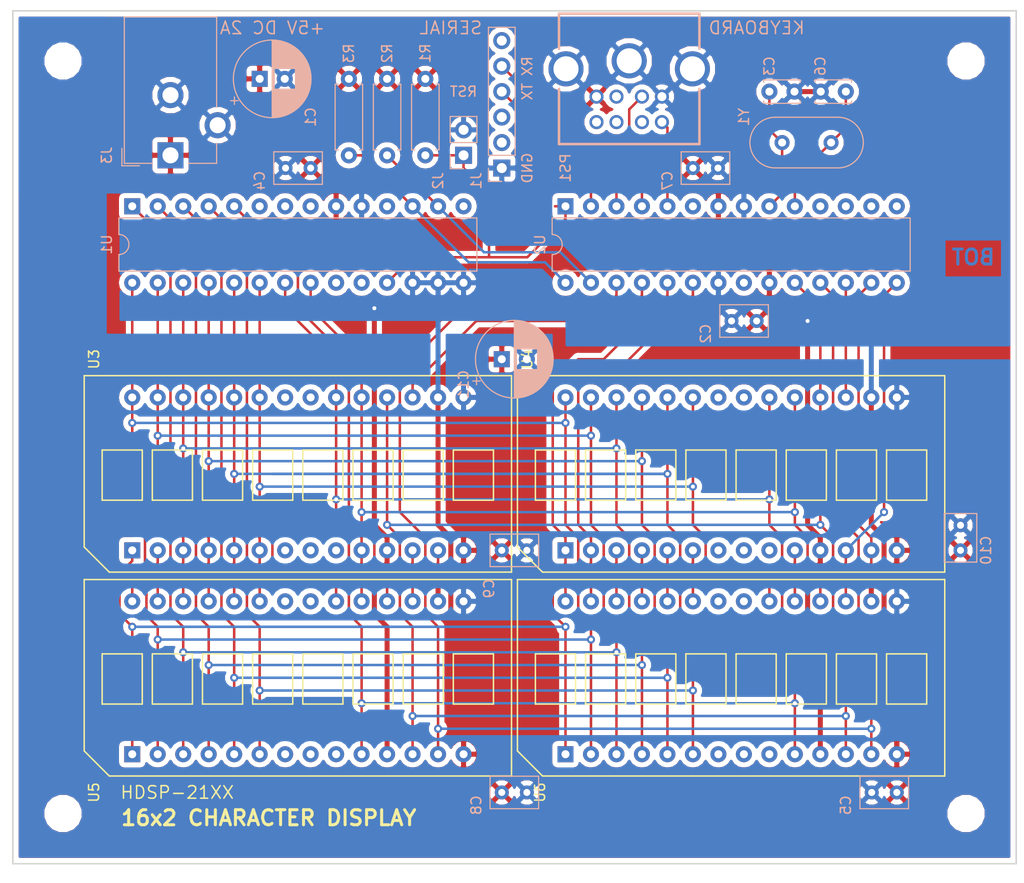
<source format=kicad_pcb>
(kicad_pcb (version 20171130) (host pcbnew 5.0.2-bee76a0~70~ubuntu16.04.1)
  (layers (0 F.Cu signal) (31 B.Cu signal) (34 B.Paste user) (35 F.Paste user) (36 B.SilkS user) (37 F.SilkS user) (38 B.Mask user) (39 F.Mask user) (44 Edge.Cuts user))
  (net 0 "")
  (net 1 "Net-(U1-Pad6)")
  (net 2 "Net-(U1-Pad7)")
  (net 3 "Net-(U1-Pad8)")
  (net 4 "Net-(U1-Pad11)")
  (net 5 "Net-(U1-Pad14)")
  (net 6 "Net-(U1-Pad19)")
  (net 7 "Net-(U1-Pad20)")
  (net 8 "Net-(U2-Pad6)")
  (net 9 "Net-(U2-Pad21)")
  (net 10 "Net-(U2-Pad11)")
  (net 11 "Net-(U2-Pad12)")
  (net 12 "Net-(U2-Pad14)")
  (net 13 GND)
  (net 14 "Net-(U3-Pad7)")
  (net 15 "Net-(U3-Pad21)")
  (net 16 "Net-(U3-Pad8)")
  (net 17 "Net-(U3-Pad22)")
  (net 18 "Net-(U3-Pad9)")
  (net 19 +5V)
  (net 20 "Net-(U4-Pad9)")
  (net 21 "Net-(U4-Pad22)")
  (net 22 "Net-(U4-Pad8)")
  (net 23 "Net-(U4-Pad21)")
  (net 24 "Net-(U4-Pad7)")
  (net 25 "Net-(U5-Pad7)")
  (net 26 "Net-(U5-Pad21)")
  (net 27 "Net-(U5-Pad8)")
  (net 28 "Net-(U5-Pad22)")
  (net 29 "Net-(U5-Pad9)")
  (net 30 "Net-(U6-Pad9)")
  (net 31 "Net-(U6-Pad22)")
  (net 32 "Net-(U6-Pad8)")
  (net 33 "Net-(U6-Pad21)")
  (net 34 "Net-(U6-Pad7)")
  (net 35 /SDA)
  (net 36 /RESET)
  (net 37 /SCL)
  (net 38 /XTAL2)
  (net 39 /XTAL1)
  (net 40 /TXD)
  (net 41 /RXD)
  (net 42 GNDA)
  (net 43 "Net-(J1-Pad2)")
  (net 44 "Net-(J1-Pad3)")
  (net 45 "Net-(J1-Pad6)")
  (net 46 /LED_D7)
  (net 47 /LED_D6)
  (net 48 /LED_WR)
  (net 49 /LED_D5)
  (net 50 /LED_CLK)
  (net 51 /LED_D4)
  (net 52 /LED_D3)
  (net 53 /LED_A4)
  (net 54 /LED_D2)
  (net 55 /LED_D1)
  (net 56 /LED_A3)
  (net 57 /LED_D0)
  (net 58 /LED_A2)
  (net 59 /LED_A1)
  (net 60 /LED_A0)
  (net 61 /LED_FL)
  (net 62 /LED_RST)
  (net 63 /LED_CE3)
  (net 64 /LED_CE2)
  (net 65 /LED_CE1)
  (net 66 /LED_RD)
  (net 67 /PS2_CLK)
  (net 68 /PS2_DAT)
  (net 69 "Net-(PS1-Pad2)")
  (net 70 "Net-(PS1-Pad6)")
  (net 71 "Net-(PS1-Pad7)")
  (net 72 "Net-(PS1-Pad8)")
  (net 73 "Net-(U2-Pad13)")
  (net 74 /LED_CE0)
  (module hdsp-21xx:HDSP-21xx (layer F.Cu) (at 213.36 113.03 90)
    (fp_text reference U6 (at -3.81 -2.54 90) (layer F.SilkS))
    (fp_text value HDSP-21XX)
    (pad 28 thru_hole oval (at 15.24 0 90) (size 1.6 1.6) (drill 0.8) (layers *.Cu *.Mask) (net 46 /LED_D7))
    (pad 14 thru_hole oval (at 0 33.02 90) (size 1.6 1.6) (drill 0.8) (layers *.Cu *.Mask) (net 19 +5V))
    (pad 27 thru_hole oval (at 15.24 2.54 90) (size 1.6 1.6) (drill 0.8) (layers *.Cu *.Mask) (net 47 /LED_D6))
    (pad 13 thru_hole oval (at 0 30.48 90) (size 1.6 1.6) (drill 0.8) (layers *.Cu *.Mask) (net 48 /LED_WR))
    (pad 26 thru_hole oval (at 15.24 5.08 90) (size 1.6 1.6) (drill 0.8) (layers *.Cu *.Mask) (net 49 /LED_D5))
    (pad 12 thru_hole oval (at 0 27.94 90) (size 1.6 1.6) (drill 0.8) (layers *.Cu *.Mask) (net 50 /LED_CLK))
    (pad 25 thru_hole oval (at 15.24 7.62 90) (size 1.6 1.6) (drill 0.8) (layers *.Cu *.Mask) (net 51 /LED_D4))
    (pad 11 thru_hole oval (at 0 25.4 90) (size 1.6 1.6) (drill 0.8) (layers *.Cu *.Mask) (net 13 GND))
    (pad 24 thru_hole oval (at 15.24 10.16 90) (size 1.6 1.6) (drill 0.8) (layers *.Cu *.Mask) (net 52 /LED_D3))
    (pad 10 thru_hole oval (at 0 22.86 90) (size 1.6 1.6) (drill 0.8) (layers *.Cu *.Mask) (net 53 /LED_A4))
    (pad 23 thru_hole oval (at 15.24 12.7 90) (size 1.6 1.6) (drill 0.8) (layers *.Cu *.Mask) (net 54 /LED_D2))
    (pad 9 thru_hole oval (at 0 20.32 90) (size 1.6 1.6) (drill 0.8) (layers *.Cu *.Mask) (net 30 "Net-(U6-Pad9)"))
    (pad 22 thru_hole oval (at 15.24 15.24 90) (size 1.6 1.6) (drill 0.8) (layers *.Cu *.Mask) (net 31 "Net-(U6-Pad22)"))
    (pad 8 thru_hole oval (at 0 17.78 90) (size 1.6 1.6) (drill 0.8) (layers *.Cu *.Mask) (net 32 "Net-(U6-Pad8)"))
    (pad 21 thru_hole oval (at 15.24 17.78 90) (size 1.6 1.6) (drill 0.8) (layers *.Cu *.Mask) (net 33 "Net-(U6-Pad21)"))
    (pad 7 thru_hole oval (at 0 15.24 90) (size 1.6 1.6) (drill 0.8) (layers *.Cu *.Mask) (net 34 "Net-(U6-Pad7)"))
    (pad 20 thru_hole oval (at 15.24 20.32 90) (size 1.6 1.6) (drill 0.8) (layers *.Cu *.Mask) (net 55 /LED_D1))
    (pad 6 thru_hole oval (at 0 12.7 90) (size 1.6 1.6) (drill 0.8) (layers *.Cu *.Mask) (net 56 /LED_A3))
    (pad 19 thru_hole oval (at 15.24 22.86 90) (size 1.6 1.6) (drill 0.8) (layers *.Cu *.Mask) (net 57 /LED_D0))
    (pad 5 thru_hole oval (at 0 10.16 90) (size 1.6 1.6) (drill 0.8) (layers *.Cu *.Mask) (net 58 /LED_A2))
    (pad 18 thru_hole oval (at 15.24 25.4 90) (size 1.6 1.6) (drill 0.8) (layers *.Cu *.Mask) (net 66 /LED_RD))
    (pad 4 thru_hole oval (at 0 7.62 90) (size 1.6 1.6) (drill 0.8) (layers *.Cu *.Mask) (net 59 /LED_A1))
    (pad 17 thru_hole oval (at 15.24 27.94 90) (size 1.6 1.6) (drill 0.8) (layers *.Cu *.Mask) (net 63 /LED_CE3))
    (pad 3 thru_hole oval (at 0 5.08 90) (size 1.6 1.6) (drill 0.8) (layers *.Cu *.Mask) (net 60 /LED_A0))
    (pad 16 thru_hole oval (at 15.24 30.48 90) (size 1.6 1.6) (drill 0.8) (layers *.Cu *.Mask) (net 13 GND))
    (pad 2 thru_hole oval (at 0 2.54 90) (size 1.6 1.6) (drill 0.8) (layers *.Cu *.Mask) (net 61 /LED_FL))
    (pad 15 thru_hole oval (at 15.24 33.02 90) (size 1.6 1.6) (drill 0.8) (layers *.Cu *.Mask) (net 42 GNDA))
    (pad 1 thru_hole rect (at 0 0 90) (size 1.6 1.6) (drill 0.8) (layers *.Cu *.Mask) (net 62 /LED_RST))
  )
  (module hdsp-21xx:HDSP-21xx (layer F.Cu) (at 170.18 113.03 90)
    (fp_text reference U5 (at -3.81 -3.81 90) (layer F.SilkS))
    (fp_text value HDSP-21XX)
    (pad 28 thru_hole oval (at 15.24 0 90) (size 1.6 1.6) (drill 0.8) (layers *.Cu *.Mask) (net 46 /LED_D7))
    (pad 14 thru_hole oval (at 0 33.02 90) (size 1.6 1.6) (drill 0.8) (layers *.Cu *.Mask) (net 19 +5V))
    (pad 27 thru_hole oval (at 15.24 2.54 90) (size 1.6 1.6) (drill 0.8) (layers *.Cu *.Mask) (net 47 /LED_D6))
    (pad 13 thru_hole oval (at 0 30.48 90) (size 1.6 1.6) (drill 0.8) (layers *.Cu *.Mask) (net 48 /LED_WR))
    (pad 26 thru_hole oval (at 15.24 5.08 90) (size 1.6 1.6) (drill 0.8) (layers *.Cu *.Mask) (net 49 /LED_D5))
    (pad 12 thru_hole oval (at 0 27.94 90) (size 1.6 1.6) (drill 0.8) (layers *.Cu *.Mask) (net 50 /LED_CLK))
    (pad 25 thru_hole oval (at 15.24 7.62 90) (size 1.6 1.6) (drill 0.8) (layers *.Cu *.Mask) (net 51 /LED_D4))
    (pad 11 thru_hole oval (at 0 25.4 90) (size 1.6 1.6) (drill 0.8) (layers *.Cu *.Mask) (net 13 GND))
    (pad 24 thru_hole oval (at 15.24 10.16 90) (size 1.6 1.6) (drill 0.8) (layers *.Cu *.Mask) (net 52 /LED_D3))
    (pad 10 thru_hole oval (at 0 22.86 90) (size 1.6 1.6) (drill 0.8) (layers *.Cu *.Mask) (net 53 /LED_A4))
    (pad 23 thru_hole oval (at 15.24 12.7 90) (size 1.6 1.6) (drill 0.8) (layers *.Cu *.Mask) (net 54 /LED_D2))
    (pad 9 thru_hole oval (at 0 20.32 90) (size 1.6 1.6) (drill 0.8) (layers *.Cu *.Mask) (net 29 "Net-(U5-Pad9)"))
    (pad 22 thru_hole oval (at 15.24 15.24 90) (size 1.6 1.6) (drill 0.8) (layers *.Cu *.Mask) (net 28 "Net-(U5-Pad22)"))
    (pad 8 thru_hole oval (at 0 17.78 90) (size 1.6 1.6) (drill 0.8) (layers *.Cu *.Mask) (net 27 "Net-(U5-Pad8)"))
    (pad 21 thru_hole oval (at 15.24 17.78 90) (size 1.6 1.6) (drill 0.8) (layers *.Cu *.Mask) (net 26 "Net-(U5-Pad21)"))
    (pad 7 thru_hole oval (at 0 15.24 90) (size 1.6 1.6) (drill 0.8) (layers *.Cu *.Mask) (net 25 "Net-(U5-Pad7)"))
    (pad 20 thru_hole oval (at 15.24 20.32 90) (size 1.6 1.6) (drill 0.8) (layers *.Cu *.Mask) (net 55 /LED_D1))
    (pad 6 thru_hole oval (at 0 12.7 90) (size 1.6 1.6) (drill 0.8) (layers *.Cu *.Mask) (net 56 /LED_A3))
    (pad 19 thru_hole oval (at 15.24 22.86 90) (size 1.6 1.6) (drill 0.8) (layers *.Cu *.Mask) (net 57 /LED_D0))
    (pad 5 thru_hole oval (at 0 10.16 90) (size 1.6 1.6) (drill 0.8) (layers *.Cu *.Mask) (net 58 /LED_A2))
    (pad 18 thru_hole oval (at 15.24 25.4 90) (size 1.6 1.6) (drill 0.8) (layers *.Cu *.Mask) (net 66 /LED_RD))
    (pad 4 thru_hole oval (at 0 7.62 90) (size 1.6 1.6) (drill 0.8) (layers *.Cu *.Mask) (net 59 /LED_A1))
    (pad 17 thru_hole oval (at 15.24 27.94 90) (size 1.6 1.6) (drill 0.8) (layers *.Cu *.Mask) (net 64 /LED_CE2))
    (pad 3 thru_hole oval (at 0 5.08 90) (size 1.6 1.6) (drill 0.8) (layers *.Cu *.Mask) (net 60 /LED_A0))
    (pad 16 thru_hole oval (at 15.24 30.48 90) (size 1.6 1.6) (drill 0.8) (layers *.Cu *.Mask) (net 13 GND))
    (pad 2 thru_hole oval (at 0 2.54 90) (size 1.6 1.6) (drill 0.8) (layers *.Cu *.Mask) (net 61 /LED_FL))
    (pad 15 thru_hole oval (at 15.24 33.02 90) (size 1.6 1.6) (drill 0.8) (layers *.Cu *.Mask) (net 42 GNDA))
    (pad 1 thru_hole rect (at 0 0 90) (size 1.6 1.6) (drill 0.8) (layers *.Cu *.Mask) (net 62 /LED_RST))
  )
  (module hdsp-21xx:HDSP-21xx (layer F.Cu) (at 213.36 92.71 90)
    (fp_text reference U4 (at 19.05 -3.81 90) (layer F.SilkS))
    (fp_text value HDSP-21XX)
    (pad 28 thru_hole oval (at 15.24 0 90) (size 1.6 1.6) (drill 0.8) (layers *.Cu *.Mask) (net 46 /LED_D7))
    (pad 14 thru_hole oval (at 0 33.02 90) (size 1.6 1.6) (drill 0.8) (layers *.Cu *.Mask) (net 19 +5V))
    (pad 27 thru_hole oval (at 15.24 2.54 90) (size 1.6 1.6) (drill 0.8) (layers *.Cu *.Mask) (net 47 /LED_D6))
    (pad 13 thru_hole oval (at 0 30.48 90) (size 1.6 1.6) (drill 0.8) (layers *.Cu *.Mask) (net 48 /LED_WR))
    (pad 26 thru_hole oval (at 15.24 5.08 90) (size 1.6 1.6) (drill 0.8) (layers *.Cu *.Mask) (net 49 /LED_D5))
    (pad 12 thru_hole oval (at 0 27.94 90) (size 1.6 1.6) (drill 0.8) (layers *.Cu *.Mask) (net 50 /LED_CLK))
    (pad 25 thru_hole oval (at 15.24 7.62 90) (size 1.6 1.6) (drill 0.8) (layers *.Cu *.Mask) (net 51 /LED_D4))
    (pad 11 thru_hole oval (at 0 25.4 90) (size 1.6 1.6) (drill 0.8) (layers *.Cu *.Mask) (net 13 GND))
    (pad 24 thru_hole oval (at 15.24 10.16 90) (size 1.6 1.6) (drill 0.8) (layers *.Cu *.Mask) (net 52 /LED_D3))
    (pad 10 thru_hole oval (at 0 22.86 90) (size 1.6 1.6) (drill 0.8) (layers *.Cu *.Mask) (net 53 /LED_A4))
    (pad 23 thru_hole oval (at 15.24 12.7 90) (size 1.6 1.6) (drill 0.8) (layers *.Cu *.Mask) (net 54 /LED_D2))
    (pad 9 thru_hole oval (at 0 20.32 90) (size 1.6 1.6) (drill 0.8) (layers *.Cu *.Mask) (net 20 "Net-(U4-Pad9)"))
    (pad 22 thru_hole oval (at 15.24 15.24 90) (size 1.6 1.6) (drill 0.8) (layers *.Cu *.Mask) (net 21 "Net-(U4-Pad22)"))
    (pad 8 thru_hole oval (at 0 17.78 90) (size 1.6 1.6) (drill 0.8) (layers *.Cu *.Mask) (net 22 "Net-(U4-Pad8)"))
    (pad 21 thru_hole oval (at 15.24 17.78 90) (size 1.6 1.6) (drill 0.8) (layers *.Cu *.Mask) (net 23 "Net-(U4-Pad21)"))
    (pad 7 thru_hole oval (at 0 15.24 90) (size 1.6 1.6) (drill 0.8) (layers *.Cu *.Mask) (net 24 "Net-(U4-Pad7)"))
    (pad 20 thru_hole oval (at 15.24 20.32 90) (size 1.6 1.6) (drill 0.8) (layers *.Cu *.Mask) (net 55 /LED_D1))
    (pad 6 thru_hole oval (at 0 12.7 90) (size 1.6 1.6) (drill 0.8) (layers *.Cu *.Mask) (net 56 /LED_A3))
    (pad 19 thru_hole oval (at 15.24 22.86 90) (size 1.6 1.6) (drill 0.8) (layers *.Cu *.Mask) (net 57 /LED_D0))
    (pad 5 thru_hole oval (at 0 10.16 90) (size 1.6 1.6) (drill 0.8) (layers *.Cu *.Mask) (net 58 /LED_A2))
    (pad 18 thru_hole oval (at 15.24 25.4 90) (size 1.6 1.6) (drill 0.8) (layers *.Cu *.Mask) (net 66 /LED_RD))
    (pad 4 thru_hole oval (at 0 7.62 90) (size 1.6 1.6) (drill 0.8) (layers *.Cu *.Mask) (net 59 /LED_A1))
    (pad 17 thru_hole oval (at 15.24 27.94 90) (size 1.6 1.6) (drill 0.8) (layers *.Cu *.Mask) (net 65 /LED_CE1))
    (pad 3 thru_hole oval (at 0 5.08 90) (size 1.6 1.6) (drill 0.8) (layers *.Cu *.Mask) (net 60 /LED_A0))
    (pad 16 thru_hole oval (at 15.24 30.48 90) (size 1.6 1.6) (drill 0.8) (layers *.Cu *.Mask) (net 13 GND))
    (pad 2 thru_hole oval (at 0 2.54 90) (size 1.6 1.6) (drill 0.8) (layers *.Cu *.Mask) (net 61 /LED_FL))
    (pad 15 thru_hole oval (at 15.24 33.02 90) (size 1.6 1.6) (drill 0.8) (layers *.Cu *.Mask) (net 42 GNDA))
    (pad 1 thru_hole rect (at 0 0 90) (size 1.6 1.6) (drill 0.8) (layers *.Cu *.Mask) (net 62 /LED_RST))
  )
  (module hdsp-21xx:HDSP-21xx (layer F.Cu) (at 170.18 92.71 90)
    (fp_text reference U3 (at 19.05 -3.81 90) (layer F.SilkS))
    (fp_text value HDSP-21XX)
    (pad 28 thru_hole oval (at 15.24 0 90) (size 1.6 1.6) (drill 0.8) (layers *.Cu *.Mask) (net 46 /LED_D7))
    (pad 14 thru_hole oval (at 0 33.02 90) (size 1.6 1.6) (drill 0.8) (layers *.Cu *.Mask) (net 19 +5V))
    (pad 27 thru_hole oval (at 15.24 2.54 90) (size 1.6 1.6) (drill 0.8) (layers *.Cu *.Mask) (net 47 /LED_D6))
    (pad 13 thru_hole oval (at 0 30.48 90) (size 1.6 1.6) (drill 0.8) (layers *.Cu *.Mask) (net 48 /LED_WR))
    (pad 26 thru_hole oval (at 15.24 5.08 90) (size 1.6 1.6) (drill 0.8) (layers *.Cu *.Mask) (net 49 /LED_D5))
    (pad 12 thru_hole oval (at 0 27.94 90) (size 1.6 1.6) (drill 0.8) (layers *.Cu *.Mask) (net 50 /LED_CLK))
    (pad 25 thru_hole oval (at 15.24 7.62 90) (size 1.6 1.6) (drill 0.8) (layers *.Cu *.Mask) (net 51 /LED_D4))
    (pad 11 thru_hole oval (at 0 25.4 90) (size 1.6 1.6) (drill 0.8) (layers *.Cu *.Mask) (net 13 GND))
    (pad 24 thru_hole oval (at 15.24 10.16 90) (size 1.6 1.6) (drill 0.8) (layers *.Cu *.Mask) (net 52 /LED_D3))
    (pad 10 thru_hole oval (at 0 22.86 90) (size 1.6 1.6) (drill 0.8) (layers *.Cu *.Mask) (net 53 /LED_A4))
    (pad 23 thru_hole oval (at 15.24 12.7 90) (size 1.6 1.6) (drill 0.8) (layers *.Cu *.Mask) (net 54 /LED_D2))
    (pad 9 thru_hole oval (at 0 20.32 90) (size 1.6 1.6) (drill 0.8) (layers *.Cu *.Mask) (net 18 "Net-(U3-Pad9)"))
    (pad 22 thru_hole oval (at 15.24 15.24 90) (size 1.6 1.6) (drill 0.8) (layers *.Cu *.Mask) (net 17 "Net-(U3-Pad22)"))
    (pad 8 thru_hole oval (at 0 17.78 90) (size 1.6 1.6) (drill 0.8) (layers *.Cu *.Mask) (net 16 "Net-(U3-Pad8)"))
    (pad 21 thru_hole oval (at 15.24 17.78 90) (size 1.6 1.6) (drill 0.8) (layers *.Cu *.Mask) (net 15 "Net-(U3-Pad21)"))
    (pad 7 thru_hole oval (at 0 15.24 90) (size 1.6 1.6) (drill 0.8) (layers *.Cu *.Mask) (net 14 "Net-(U3-Pad7)"))
    (pad 20 thru_hole oval (at 15.24 20.32 90) (size 1.6 1.6) (drill 0.8) (layers *.Cu *.Mask) (net 55 /LED_D1))
    (pad 6 thru_hole oval (at 0 12.7 90) (size 1.6 1.6) (drill 0.8) (layers *.Cu *.Mask) (net 56 /LED_A3))
    (pad 19 thru_hole oval (at 15.24 22.86 90) (size 1.6 1.6) (drill 0.8) (layers *.Cu *.Mask) (net 57 /LED_D0))
    (pad 5 thru_hole oval (at 0 10.16 90) (size 1.6 1.6) (drill 0.8) (layers *.Cu *.Mask) (net 58 /LED_A2))
    (pad 18 thru_hole oval (at 15.24 25.4 90) (size 1.6 1.6) (drill 0.8) (layers *.Cu *.Mask) (net 66 /LED_RD))
    (pad 4 thru_hole oval (at 0 7.62 90) (size 1.6 1.6) (drill 0.8) (layers *.Cu *.Mask) (net 59 /LED_A1))
    (pad 17 thru_hole oval (at 15.24 27.94 90) (size 1.6 1.6) (drill 0.8) (layers *.Cu *.Mask) (net 74 /LED_CE0))
    (pad 3 thru_hole oval (at 0 5.08 90) (size 1.6 1.6) (drill 0.8) (layers *.Cu *.Mask) (net 60 /LED_A0))
    (pad 16 thru_hole oval (at 15.24 30.48 90) (size 1.6 1.6) (drill 0.8) (layers *.Cu *.Mask) (net 13 GND))
    (pad 2 thru_hole oval (at 0 2.54 90) (size 1.6 1.6) (drill 0.8) (layers *.Cu *.Mask) (net 61 /LED_FL))
    (pad 15 thru_hole oval (at 15.24 33.02 90) (size 1.6 1.6) (drill 0.8) (layers *.Cu *.Mask) (net 42 GNDA))
    (pad 1 thru_hole rect (at 0 0 90) (size 1.6 1.6) (drill 0.8) (layers *.Cu *.Mask) (net 62 /LED_RST))
  )
  (module Connector_BarrelJack:BarrelJack_CUI_PJ-102AH_Horizontal (layer B.Cu) (at 173.99 53.34)
    (fp_text reference J3 (at -6.35 0 90) (layer B.SilkS) (effects (justify mirror)))
    (fp_text value "+5V DC")
    (pad 1 thru_hole rect (at 0 0) (size 2.6 2.6) (drill 1.6) (layers *.Cu *.Mask) (net 19 +5V))
    (pad 2 thru_hole circle (at 0 -6) (size 2.6 2.6) (drill 1.6) (layers *.Cu *.Mask) (net 13 GND))
    (pad 3 thru_hole circle (at 4.7 -3) (size 2.6 2.6) (drill 1.6) (layers *.Cu *.Mask) (net 13 GND))
  )
  (module Capacitor_THT:CP_Radial_D7.5mm_P2.50mm (layer B.Cu) (at 207.01 73.66)
    (fp_text reference C11 (at -3.81 2.54 90) (layer B.SilkS) (effects (justify mirror)))
    (fp_text value "470u 10V")
    (pad 1 thru_hole rect (at 0 0) (size 1.6 1.6) (drill 0.8) (layers *.Cu *.Mask) (net 19 +5V))
    (pad 2 thru_hole circle (at 2.5 0) (size 1.6 1.6) (drill 0.8) (layers *.Cu *.Mask) (net 42 GNDA))
  )
  (module Capacitor_THT:C_Rect_L4.6mm_W3.0mm_P2.50mm_MKS02_FKP02 (layer B.Cu) (at 232.41 69.85 180)
    (fp_text reference C2 (at 5.08 -1.27 270) (layer B.SilkS) (effects (justify mirror)))
    (fp_text value 100n)
    (pad 1 thru_hole circle (at 0 0 180) (size 1.4 1.4) (drill 0.7) (layers *.Cu *.Mask) (net 19 +5V))
    (pad 2 thru_hole circle (at 2.5 0 180) (size 1.4 1.4) (drill 0.7) (layers *.Cu *.Mask) (net 13 GND))
  )
  (module OLIMEX_Connectors-FP:PS2_MDR6_MINI-DIN (layer B.Cu) (at 219.71 45.72)
    (fp_text reference PS1 (at -6.35 8.89 90) (layer B.SilkS) (effects (justify mirror)))
    (fp_text value PS2_MDR6_MINI-DIN)
    (pad 1 thru_hole circle (at 1.27 1.77) (size 1.41 1.41) (drill 0.9) (layers *.Cu *.Mask) (net 68 /PS2_DAT))
    (pad 2 thru_hole circle (at -1.27 1.77) (size 1.41 1.41) (drill 0.9) (layers *.Cu *.Mask) (net 69 "Net-(PS1-Pad2)"))
    (pad 3 thru_hole circle (at 3.26 1.77) (size 1.41 1.41) (drill 0.9) (layers *.Cu *.Mask) (net 13 GND))
    (pad 4 thru_hole circle (at -3.26 1.77) (size 1.41 1.41) (drill 0.9) (layers *.Cu *.Mask) (net 19 +5V))
    (pad 5 thru_hole circle (at 3.26 4.31) (size 1.41 1.41) (drill 0.9) (layers *.Cu *.Mask) (net 67 /PS2_CLK))
    (pad 6 thru_hole circle (at -3.26 4.31) (size 1.41 1.41) (drill 0.9) (layers *.Cu *.Mask) (net 70 "Net-(PS1-Pad6)"))
    (pad 7 thru_hole circle (at -1.27 4.31) (size 1.41 1.41) (drill 0.9) (layers *.Cu *.Mask) (net 71 "Net-(PS1-Pad7)"))
    (pad 8 thru_hole circle (at 1.27 4.31) (size 1.41 1.41) (drill 0.9) (layers *.Cu *.Mask) (net 72 "Net-(PS1-Pad8)"))
    (pad 9 thru_hole circle (at -6.3 -1) (size 3.5 3.5) (drill 2.5) (layers *.Cu *.Mask) (net 13 GND))
    (pad 9 thru_hole circle (at 0 -1.8) (size 3.5 3.5) (drill 2.5) (layers *.Cu *.Mask) (net 13 GND))
    (pad 9 thru_hole circle (at 6.3 -1) (size 3.5 3.5) (drill 2.5) (layers *.Cu *.Mask) (net 13 GND))
  )
  (module Capacitor_THT:CP_Radial_D7.5mm_P2.50mm (layer B.Cu) (at 182.88 45.72)
    (fp_text reference C1 (at 5.08 3.81 90) (layer B.SilkS) (effects (justify mirror)))
    (fp_text value "470u 10V")
    (pad 1 thru_hole rect (at 0 0) (size 1.6 1.6) (drill 0.8) (layers *.Cu *.Mask) (net 19 +5V))
    (pad 2 thru_hole circle (at 2.5 0) (size 1.6 1.6) (drill 0.8) (layers *.Cu *.Mask) (net 13 GND))
  )
  (module Capacitor_THT:C_Disc_D3.4mm_W2.1mm_P2.50mm (layer B.Cu) (at 241.3 46.99 180)
    (fp_text reference C6 (at 2.54 2.54 270) (layer B.SilkS) (effects (justify mirror)))
    (fp_text value 15p)
    (pad 1 thru_hole circle (at 0 0 180) (size 1.6 1.6) (drill 0.8) (layers *.Cu *.Mask) (net 38 /XTAL2))
    (pad 2 thru_hole circle (at 2.5 0 180) (size 1.6 1.6) (drill 0.8) (layers *.Cu *.Mask) (net 13 GND))
  )
  (module Capacitor_THT:C_Rect_L4.6mm_W3.0mm_P2.50mm_MKS02_FKP02 (layer B.Cu) (at 246.38 116.84 180)
    (fp_text reference C5 (at 5.08 -1.27 270) (layer B.SilkS) (effects (justify mirror)))
    (fp_text value 100n)
    (pad 2 thru_hole circle (at 2.5 0 180) (size 1.4 1.4) (drill 0.7) (layers *.Cu *.Mask) (net 42 GNDA))
    (pad 1 thru_hole circle (at 0 0 180) (size 1.4 1.4) (drill 0.7) (layers *.Cu *.Mask) (net 19 +5V))
  )
  (module Capacitor_THT:C_Rect_L4.6mm_W3.0mm_P2.50mm_MKS02_FKP02 (layer B.Cu) (at 252.73 92.71 90)
    (fp_text reference C10 (at 0 2.54 90) (layer B.SilkS) (effects (justify mirror)))
    (fp_text value 100n)
    (pad 1 thru_hole circle (at 0 0 90) (size 1.4 1.4) (drill 0.7) (layers *.Cu *.Mask) (net 19 +5V))
    (pad 2 thru_hole circle (at 2.5 0 90) (size 1.4 1.4) (drill 0.7) (layers *.Cu *.Mask) (net 42 GNDA))
  )
  (module MountingHole:MountingHole_2.7mm_M2.5 (layer F.Cu) (at 253.28 118.94)
    (fp_text reference H4 hide)
    (fp_text value M2.5)
    (pad 1 np_thru_hole circle (at 0 0) (size 2.7 2.7) (drill 2.7) (layers *.Cu *.Mask))
  )
  (module MountingHole:MountingHole_2.7mm_M2.5 (layer F.Cu) (at 163.28 118.94)
    (fp_text reference H3 hide)
    (fp_text value M2.5)
    (pad 1 np_thru_hole circle (at 0 0) (size 2.7 2.7) (drill 2.7) (layers *.Cu *.Mask))
  )
  (module MountingHole:MountingHole_2.7mm_M2.5 (layer F.Cu) (at 253.28 43.94)
    (fp_text reference H2 hide)
    (fp_text value M2.5)
    (pad 1 np_thru_hole circle (at 0 0) (size 2.7 2.7) (drill 2.7) (layers *.Cu *.Mask))
  )
  (module MountingHole:MountingHole_2.7mm_M2.5 (layer F.Cu) (at 163.28 43.94)
    (fp_text reference H1 hide)
    (fp_text value M2.5)
    (pad 1 np_thru_hole circle (at 0 0) (size 2.7 2.7) (drill 2.7) (layers *.Cu *.Mask))
  )
  (module Capacitor_THT:C_Rect_L4.6mm_W3.0mm_P2.50mm_MKS02_FKP02 (layer B.Cu) (at 187.96 54.61 180)
    (fp_text reference C4 (at 5.08 -1.27 270) (layer B.SilkS) (effects (justify mirror)))
    (fp_text value 100n)
    (pad 1 thru_hole circle (at 0 0 180) (size 1.4 1.4) (drill 0.7) (layers *.Cu *.Mask) (net 19 +5V))
    (pad 2 thru_hole circle (at 2.5 0 180) (size 1.4 1.4) (drill 0.7) (layers *.Cu *.Mask) (net 13 GND))
  )
  (module Capacitor_THT:C_Rect_L4.6mm_W3.0mm_P2.50mm_MKS02_FKP02 (layer B.Cu) (at 226.06 54.61)
    (fp_text reference C7 (at -2.54 1.27 270) (layer B.SilkS) (effects (justify mirror)))
    (fp_text value 100n)
    (pad 1 thru_hole circle (at 0 0) (size 1.4 1.4) (drill 0.7) (layers *.Cu *.Mask) (net 19 +5V))
    (pad 2 thru_hole circle (at 2.5 0) (size 1.4 1.4) (drill 0.7) (layers *.Cu *.Mask) (net 13 GND))
  )
  (module Capacitor_THT:C_Rect_L4.6mm_W3.0mm_P2.50mm_MKS02_FKP02 (layer B.Cu) (at 207.01 116.84)
    (fp_text reference C8 (at -2.54 1.27 90) (layer B.SilkS) (effects (justify mirror)))
    (fp_text value 100n)
    (pad 2 thru_hole circle (at 2.5 0) (size 1.4 1.4) (drill 0.7) (layers *.Cu *.Mask) (net 42 GNDA))
    (pad 1 thru_hole circle (at 0 0) (size 1.4 1.4) (drill 0.7) (layers *.Cu *.Mask) (net 19 +5V))
  )
  (module Capacitor_THT:C_Rect_L4.6mm_W3.0mm_P2.50mm_MKS02_FKP02 (layer B.Cu) (at 207.01 92.71)
    (fp_text reference C9 (at -1.27 3.81 90) (layer B.SilkS) (effects (justify mirror)))
    (fp_text value 100n)
    (pad 1 thru_hole circle (at 0 0) (size 1.4 1.4) (drill 0.7) (layers *.Cu *.Mask) (net 19 +5V))
    (pad 2 thru_hole circle (at 2.5 0) (size 1.4 1.4) (drill 0.7) (layers *.Cu *.Mask) (net 42 GNDA))
  )
  (module Connector_PinHeader_2.54mm:PinHeader_1x02_P2.54mm_Vertical (layer B.Cu) (at 203.2 53.34)
    (fp_text reference J2 (at -2.54 2.54 90) (layer B.SilkS) (effects (justify mirror)))
    (fp_text value RESET)
    (pad 1 thru_hole rect (at 0 0) (size 1.7 1.7) (drill 1) (layers *.Cu *.Mask) (net 36 /RESET))
    (pad 2 thru_hole oval (at 0 -2.54) (size 1.7 1.7) (drill 1) (layers *.Cu *.Mask) (net 13 GND))
  )
  (module Capacitor_THT:C_Disc_D3.4mm_W2.1mm_P2.50mm (layer B.Cu) (at 233.68 46.99)
    (fp_text reference C3 (at 0 -2.54 90) (layer B.SilkS) (effects (justify mirror)))
    (fp_text value 15p)
    (pad 2 thru_hole circle (at 2.5 0) (size 1.6 1.6) (drill 0.8) (layers *.Cu *.Mask) (net 13 GND))
    (pad 1 thru_hole circle (at 0 0) (size 1.6 1.6) (drill 0.8) (layers *.Cu *.Mask) (net 39 /XTAL1))
  )
  (module Connector_PinHeader_2.54mm:PinHeader_1x06_P2.54mm_Vertical (layer B.Cu) (at 207.01 54.61)
    (fp_text reference J1 (at -2.54 1.27 90) (layer B.SilkS) (effects (justify mirror)))
    (fp_text value FTDI_SERIAL)
    (pad 1 thru_hole rect (at 0 0) (size 1.7 1.7) (drill 1) (layers *.Cu *.Mask) (net 13 GND))
    (pad 2 thru_hole oval (at 0 -2.54) (size 1.7 1.7) (drill 1) (layers *.Cu *.Mask) (net 43 "Net-(J1-Pad2)"))
    (pad 3 thru_hole oval (at 0 -5.08) (size 1.7 1.7) (drill 1) (layers *.Cu *.Mask) (net 44 "Net-(J1-Pad3)"))
    (pad 4 thru_hole oval (at 0 -7.62) (size 1.7 1.7) (drill 1) (layers *.Cu *.Mask) (net 41 /RXD))
    (pad 5 thru_hole oval (at 0 -10.16) (size 1.7 1.7) (drill 1) (layers *.Cu *.Mask) (net 40 /TXD))
    (pad 6 thru_hole oval (at 0 -12.7) (size 1.7 1.7) (drill 1) (layers *.Cu *.Mask) (net 45 "Net-(J1-Pad6)"))
  )
  (module Crystal:Crystal_HC49-U_Vertical (layer B.Cu) (at 234.95 52.07)
    (fp_text reference Y1 (at -3.81 -2.54 90) (layer B.SilkS) (effects (justify mirror)))
    (fp_text value 16MHz)
    (pad 1 thru_hole circle (at 0 0) (size 1.5 1.5) (drill 0.8) (layers *.Cu *.Mask) (net 39 /XTAL1))
    (pad 2 thru_hole circle (at 4.88 0) (size 1.5 1.5) (drill 0.8) (layers *.Cu *.Mask) (net 38 /XTAL2))
  )
  (module Resistor_THT:R_Axial_DIN0207_L6.3mm_D2.5mm_P7.62mm_Horizontal (layer B.Cu) (at 191.77 45.72 270)
    (fp_text reference R3 (at -2.54 0 90) (layer B.SilkS) (effects (justify mirror)))
    (fp_text value 4k7)
    (pad 1 thru_hole circle (at 0 0 270) (size 1.6 1.6) (drill 0.8) (layers *.Cu *.Mask) (net 19 +5V))
    (pad 2 thru_hole oval (at 7.62 0 270) (size 1.6 1.6) (drill 0.8) (layers *.Cu *.Mask) (net 37 /SCL))
  )
  (module Resistor_THT:R_Axial_DIN0207_L6.3mm_D2.5mm_P7.62mm_Horizontal (layer B.Cu) (at 199.39 45.72 270)
    (fp_text reference R1 (at -2.54 0 90) (layer B.SilkS) (effects (justify mirror)))
    (fp_text value 4k7)
    (pad 2 thru_hole oval (at 7.62 0 270) (size 1.6 1.6) (drill 0.8) (layers *.Cu *.Mask) (net 36 /RESET))
    (pad 1 thru_hole circle (at 0 0 270) (size 1.6 1.6) (drill 0.8) (layers *.Cu *.Mask) (net 19 +5V))
  )
  (module Resistor_THT:R_Axial_DIN0207_L6.3mm_D2.5mm_P7.62mm_Horizontal (layer B.Cu) (at 195.58 45.72 270)
    (fp_text reference R2 (at -2.54 0 90) (layer B.SilkS) (effects (justify mirror)))
    (fp_text value 4k7)
    (pad 1 thru_hole circle (at 0 0 270) (size 1.6 1.6) (drill 0.8) (layers *.Cu *.Mask) (net 19 +5V))
    (pad 2 thru_hole oval (at 7.62 0 270) (size 1.6 1.6) (drill 0.8) (layers *.Cu *.Mask) (net 35 /SDA))
  )
  (module Package_DIP:DIP-28_W7.62mm (layer B.Cu) (at 170.18 58.42 270)
    (fp_text reference U1 (at 3.81 2.54 90) (layer B.SilkS) (effects (justify mirror)))
    (fp_text value MCP23017_SO)
    (pad 1 thru_hole rect (at 0 0 270) (size 1.6 1.6) (drill 0.8) (layers *.Cu *.Mask) (net 60 /LED_A0))
    (pad 15 thru_hole oval (at 7.62 -33.02 270) (size 1.6 1.6) (drill 0.8) (layers *.Cu *.Mask) (net 13 GND))
    (pad 2 thru_hole oval (at 0 -2.54 270) (size 1.6 1.6) (drill 0.8) (layers *.Cu *.Mask) (net 59 /LED_A1))
    (pad 16 thru_hole oval (at 7.62 -30.48 270) (size 1.6 1.6) (drill 0.8) (layers *.Cu *.Mask) (net 13 GND))
    (pad 3 thru_hole oval (at 0 -5.08 270) (size 1.6 1.6) (drill 0.8) (layers *.Cu *.Mask) (net 58 /LED_A2))
    (pad 17 thru_hole oval (at 7.62 -27.94 270) (size 1.6 1.6) (drill 0.8) (layers *.Cu *.Mask) (net 13 GND))
    (pad 4 thru_hole oval (at 0 -7.62 270) (size 1.6 1.6) (drill 0.8) (layers *.Cu *.Mask) (net 56 /LED_A3))
    (pad 18 thru_hole oval (at 7.62 -25.4 270) (size 1.6 1.6) (drill 0.8) (layers *.Cu *.Mask) (net 36 /RESET))
    (pad 5 thru_hole oval (at 0 -10.16 270) (size 1.6 1.6) (drill 0.8) (layers *.Cu *.Mask) (net 53 /LED_A4))
    (pad 19 thru_hole oval (at 7.62 -22.86 270) (size 1.6 1.6) (drill 0.8) (layers *.Cu *.Mask) (net 6 "Net-(U1-Pad19)"))
    (pad 6 thru_hole oval (at 0 -12.7 270) (size 1.6 1.6) (drill 0.8) (layers *.Cu *.Mask) (net 1 "Net-(U1-Pad6)"))
    (pad 20 thru_hole oval (at 7.62 -20.32 270) (size 1.6 1.6) (drill 0.8) (layers *.Cu *.Mask) (net 7 "Net-(U1-Pad20)"))
    (pad 7 thru_hole oval (at 0 -15.24 270) (size 1.6 1.6) (drill 0.8) (layers *.Cu *.Mask) (net 2 "Net-(U1-Pad7)"))
    (pad 21 thru_hole oval (at 7.62 -17.78 270) (size 1.6 1.6) (drill 0.8) (layers *.Cu *.Mask) (net 57 /LED_D0))
    (pad 8 thru_hole oval (at 0 -17.78 270) (size 1.6 1.6) (drill 0.8) (layers *.Cu *.Mask) (net 3 "Net-(U1-Pad8)"))
    (pad 22 thru_hole oval (at 7.62 -15.24 270) (size 1.6 1.6) (drill 0.8) (layers *.Cu *.Mask) (net 55 /LED_D1))
    (pad 9 thru_hole oval (at 0 -20.32 270) (size 1.6 1.6) (drill 0.8) (layers *.Cu *.Mask) (net 19 +5V))
    (pad 23 thru_hole oval (at 7.62 -12.7 270) (size 1.6 1.6) (drill 0.8) (layers *.Cu *.Mask) (net 54 /LED_D2))
    (pad 10 thru_hole oval (at 0 -22.86 270) (size 1.6 1.6) (drill 0.8) (layers *.Cu *.Mask) (net 13 GND))
    (pad 24 thru_hole oval (at 7.62 -10.16 270) (size 1.6 1.6) (drill 0.8) (layers *.Cu *.Mask) (net 52 /LED_D3))
    (pad 11 thru_hole oval (at 0 -25.4 270) (size 1.6 1.6) (drill 0.8) (layers *.Cu *.Mask) (net 4 "Net-(U1-Pad11)"))
    (pad 25 thru_hole oval (at 7.62 -7.62 270) (size 1.6 1.6) (drill 0.8) (layers *.Cu *.Mask) (net 51 /LED_D4))
    (pad 12 thru_hole oval (at 0 -27.94 270) (size 1.6 1.6) (drill 0.8) (layers *.Cu *.Mask) (net 37 /SCL))
    (pad 26 thru_hole oval (at 7.62 -5.08 270) (size 1.6 1.6) (drill 0.8) (layers *.Cu *.Mask) (net 49 /LED_D5))
    (pad 13 thru_hole oval (at 0 -30.48 270) (size 1.6 1.6) (drill 0.8) (layers *.Cu *.Mask) (net 35 /SDA))
    (pad 27 thru_hole oval (at 7.62 -2.54 270) (size 1.6 1.6) (drill 0.8) (layers *.Cu *.Mask) (net 47 /LED_D6))
    (pad 14 thru_hole oval (at 0 -33.02 270) (size 1.6 1.6) (drill 0.8) (layers *.Cu *.Mask) (net 5 "Net-(U1-Pad14)"))
    (pad 28 thru_hole oval (at 7.62 0 270) (size 1.6 1.6) (drill 0.8) (layers *.Cu *.Mask) (net 46 /LED_D7))
  )
  (module Package_DIP:DIP-28_W7.62mm (layer B.Cu) (at 213.36 58.42 270)
    (fp_text reference U2 (at 3.81 2.54 90) (layer B.SilkS) (effects (justify mirror)))
    (fp_text value ATmega328-PU)
    (pad 28 thru_hole oval (at 7.62 0 270) (size 1.6 1.6) (drill 0.8) (layers *.Cu *.Mask) (net 37 /SCL))
    (pad 14 thru_hole oval (at 0 -33.02 270) (size 1.6 1.6) (drill 0.8) (layers *.Cu *.Mask) (net 12 "Net-(U2-Pad14)"))
    (pad 27 thru_hole oval (at 7.62 -2.54 270) (size 1.6 1.6) (drill 0.8) (layers *.Cu *.Mask) (net 35 /SDA))
    (pad 13 thru_hole oval (at 0 -30.48 270) (size 1.6 1.6) (drill 0.8) (layers *.Cu *.Mask) (net 73 "Net-(U2-Pad13)"))
    (pad 26 thru_hole oval (at 7.62 -5.08 270) (size 1.6 1.6) (drill 0.8) (layers *.Cu *.Mask) (net 64 /LED_CE2))
    (pad 12 thru_hole oval (at 0 -27.94 270) (size 1.6 1.6) (drill 0.8) (layers *.Cu *.Mask) (net 11 "Net-(U2-Pad12)"))
    (pad 25 thru_hole oval (at 7.62 -7.62 270) (size 1.6 1.6) (drill 0.8) (layers *.Cu *.Mask) (net 74 /LED_CE0))
    (pad 11 thru_hole oval (at 0 -25.4 270) (size 1.6 1.6) (drill 0.8) (layers *.Cu *.Mask) (net 10 "Net-(U2-Pad11)"))
    (pad 24 thru_hole oval (at 7.62 -10.16 270) (size 1.6 1.6) (drill 0.8) (layers *.Cu *.Mask) (net 62 /LED_RST))
    (pad 10 thru_hole oval (at 0 -22.86 270) (size 1.6 1.6) (drill 0.8) (layers *.Cu *.Mask) (net 38 /XTAL2))
    (pad 23 thru_hole oval (at 7.62 -12.7 270) (size 1.6 1.6) (drill 0.8) (layers *.Cu *.Mask) (net 61 /LED_FL))
    (pad 9 thru_hole oval (at 0 -20.32 270) (size 1.6 1.6) (drill 0.8) (layers *.Cu *.Mask) (net 39 /XTAL1))
    (pad 22 thru_hole oval (at 7.62 -15.24 270) (size 1.6 1.6) (drill 0.8) (layers *.Cu *.Mask) (net 13 GND))
    (pad 8 thru_hole oval (at 0 -17.78 270) (size 1.6 1.6) (drill 0.8) (layers *.Cu *.Mask) (net 13 GND))
    (pad 21 thru_hole oval (at 7.62 -17.78 270) (size 1.6 1.6) (drill 0.8) (layers *.Cu *.Mask) (net 9 "Net-(U2-Pad21)"))
    (pad 7 thru_hole oval (at 0 -15.24 270) (size 1.6 1.6) (drill 0.8) (layers *.Cu *.Mask) (net 19 +5V))
    (pad 20 thru_hole oval (at 7.62 -20.32 270) (size 1.6 1.6) (drill 0.8) (layers *.Cu *.Mask) (net 19 +5V))
    (pad 6 thru_hole oval (at 0 -12.7 270) (size 1.6 1.6) (drill 0.8) (layers *.Cu *.Mask) (net 8 "Net-(U2-Pad6)"))
    (pad 19 thru_hole oval (at 7.62 -22.86 270) (size 1.6 1.6) (drill 0.8) (layers *.Cu *.Mask) (net 66 /LED_RD))
    (pad 5 thru_hole oval (at 0 -10.16 270) (size 1.6 1.6) (drill 0.8) (layers *.Cu *.Mask) (net 67 /PS2_CLK))
    (pad 18 thru_hole oval (at 7.62 -25.4 270) (size 1.6 1.6) (drill 0.8) (layers *.Cu *.Mask) (net 63 /LED_CE3))
    (pad 4 thru_hole oval (at 0 -7.62 270) (size 1.6 1.6) (drill 0.8) (layers *.Cu *.Mask) (net 68 /PS2_DAT))
    (pad 17 thru_hole oval (at 7.62 -27.94 270) (size 1.6 1.6) (drill 0.8) (layers *.Cu *.Mask) (net 65 /LED_CE1))
    (pad 3 thru_hole oval (at 0 -5.08 270) (size 1.6 1.6) (drill 0.8) (layers *.Cu *.Mask) (net 40 /TXD))
    (pad 16 thru_hole oval (at 7.62 -30.48 270) (size 1.6 1.6) (drill 0.8) (layers *.Cu *.Mask) (net 48 /LED_WR))
    (pad 2 thru_hole oval (at 0 -2.54 270) (size 1.6 1.6) (drill 0.8) (layers *.Cu *.Mask) (net 41 /RXD))
    (pad 15 thru_hole oval (at 7.62 -33.02 270) (size 1.6 1.6) (drill 0.8) (layers *.Cu *.Mask) (net 50 /LED_CLK))
    (pad 1 thru_hole rect (at 0 0 270) (size 1.6 1.6) (drill 0.8) (layers *.Cu *.Mask) (net 36 /RESET))
  )
  (gr_text HDSP-21XX (at 168.91 116.84) (layer F.SilkS) (effects (font (size 1.25 1.25)) (justify left)))
  (gr_text GND (at 209.55 54.61 90) (layer B.SilkS) (effects (font (size 1 1)) (justify mirror)))
  (gr_text "16x2 CHARACTER DISPLAY" (at 168.91 119.38) (layer F.SilkS) (effects (font (size 1.5 1.5) (thickness 0.3)) (justify left)))
  (gr_text RST (at 203.2 46.99) (layer B.SilkS) (effects (font (size 1 1)) (justify mirror)))
  (gr_text RX (at 209.55 44.45 90) (layer B.SilkS) (effects (font (size 1 1)) (justify mirror)))
  (gr_text TX (at 209.55 46.99 90) (layer B.SilkS) (effects (font (size 1 1)) (justify mirror)))
  (gr_text "+5V DC 2A" (at 184.15 40.64) (layer B.SilkS) (effects (font (size 1.25 1.25)) (justify mirror)))
  (gr_text KEYBOARD (at 232.41 40.64) (layer B.SilkS) (effects (font (size 1.25 1.25)) (justify mirror)))
  (gr_text SERIAL (at 201.93 40.64) (layer B.SilkS) (effects (font (size 1.25 1.25)) (justify mirror)))
  (gr_line (start 158.28 123.94) (end 158.28 38.94) (layer Edge.Cuts) (width 0.15))
  (gr_line (start 258.28 123.94) (end 158.28 123.94) (layer Edge.Cuts) (width 0.15))
  (gr_line (start 258.28 38.94) (end 258.28 123.94) (layer Edge.Cuts) (width 0.15))
  (gr_line (start 158.28 38.94) (end 258.28 38.94) (layer Edge.Cuts) (width 0.15))
  (gr_text TOP (at 254 59.69) (layer F.Cu) (effects (font (size 1.5 1.5) (thickness 0.3))))
  (gr_text BOT (at 254 63.5) (layer B.Cu) (effects (font (size 1.5 1.5) (thickness 0.3)) (justify mirror)))
  (segment (start 200.66 97.79) (end 200.66 96.52) (width 0.5) (layer F.Cu) (net 13))
  (segment (start 200.66 95.25) (end 201.93 93.98) (width 0.5) (layer F.Cu) (net 13))
  (segment (start 201.93 93.98) (end 201.93 91.44) (width 0.5) (layer F.Cu) (net 13))
  (segment (start 201.93 91.44) (end 200.66 90.17) (width 0.5) (layer F.Cu) (net 13))
  (segment (start 200.66 90.17) (end 200.66 77.47) (width 0.5) (layer F.Cu) (net 13))
  (segment (start 243.84 97.79) (end 243.84 96.52) (width 0.5) (layer F.Cu) (net 13))
  (segment (start 243.84 95.25) (end 245.11 93.98) (width 0.5) (layer F.Cu) (net 13))
  (segment (start 245.11 93.98) (end 245.11 91.44) (width 0.5) (layer F.Cu) (net 13))
  (segment (start 245.11 91.44) (end 243.84 90.17) (width 0.5) (layer F.Cu) (net 13))
  (segment (start 243.84 90.17) (end 243.84 77.47) (width 0.5) (layer F.Cu) (net 13))
  (segment (start 200.66 74.93) (end 200.66 66.04) (width 0.5) (layer B.Cu) (net 13))
  (segment (start 243.84 74.93) (end 243.84 68.58) (width 0.5) (layer B.Cu) (net 13))
  (segment (start 236.18 46.99) (end 238.8 46.99) (width 0.5) (layer F.Cu) (net 13))
  (segment (start 200.66 95.25) (end 200.66 96.52) (width 0.5) (layer F.Cu) (net 13))
  (segment (start 243.84 95.25) (end 243.84 96.52) (width 0.5) (layer F.Cu) (net 13))
  (segment (start 200.66 74.93) (end 200.66 77.47) (width 0.5) (layer B.Cu) (net 13))
  (segment (start 243.84 74.93) (end 243.84 77.47) (width 0.5) (layer B.Cu) (net 13))
  (segment (start 195.58 113.03) (end 195.58 100.33) (width 0.5) (layer F.Cu) (net 13))
  (segment (start 195.58 100.33) (end 194.31 99.06) (width 0.5) (layer F.Cu) (net 13))
  (segment (start 194.31 99.06) (end 194.31 95.25) (width 0.5) (layer F.Cu) (net 13))
  (segment (start 194.31 95.25) (end 195.58 93.98) (width 0.5) (layer F.Cu) (net 13))
  (segment (start 195.58 93.98) (end 195.58 92.71) (width 0.5) (layer F.Cu) (net 13))
  (segment (start 238.76 113.03) (end 238.76 100.33) (width 0.5) (layer F.Cu) (net 13))
  (segment (start 238.76 100.33) (end 237.49 99.06) (width 0.5) (layer F.Cu) (net 13))
  (segment (start 237.49 99.06) (end 237.49 95.25) (width 0.5) (layer F.Cu) (net 13))
  (segment (start 237.49 95.25) (end 238.76 93.98) (width 0.5) (layer F.Cu) (net 13))
  (segment (start 238.76 93.98) (end 238.76 92.71) (width 0.5) (layer F.Cu) (net 13))
  (segment (start 238.76 92.71) (end 238.76 91.44) (width 0.5) (layer F.Cu) (net 13))
  (segment (start 238.76 91.44) (end 237.49 90.17) (width 0.5) (layer F.Cu) (net 13))
  (segment (start 237.49 90.17) (end 237.49 69.85) (width 0.5) (layer F.Cu) (net 13))
  (segment (start 237.49 69.85) (end 237.49 69.85) (width 0.5) (layer F.Cu) (net 13))
  (via (at 237.49 69.85) (size 0.8) (drill 0.4) (layers F.Cu B.Cu) (net 13))
  (segment (start 195.58 92.71) (end 195.58 91.44) (width 0.5) (layer F.Cu) (net 13))
  (segment (start 195.58 91.44) (end 194.31 90.17) (width 0.5) (layer F.Cu) (net 13))
  (segment (start 194.31 90.17) (end 194.31 74.93) (width 0.5) (layer F.Cu) (net 13))
  (segment (start 194.31 74.93) (end 194.31 68.58) (width 0.5) (layer F.Cu) (net 13))
  (segment (start 194.31 68.58) (end 194.31 68.58) (width 0.5) (layer F.Cu) (net 13))
  (via (at 194.31 68.58) (size 0.8) (drill 0.4) (layers F.Cu B.Cu) (net 13))
  (segment (start 203.2 100.33) (end 203.2 113.03) (width 0.5) (layer F.Cu) (net 19))
  (segment (start 201.93 95.25) (end 201.93 99.06) (width 0.5) (layer F.Cu) (net 19))
  (segment (start 203.2 93.98) (end 201.93 95.25) (width 0.5) (layer F.Cu) (net 19))
  (segment (start 203.2 92.71) (end 203.2 93.98) (width 0.5) (layer F.Cu) (net 19))
  (segment (start 201.93 99.06) (end 203.2 100.33) (width 0.5) (layer F.Cu) (net 19))
  (segment (start 246.38 100.33) (end 246.38 113.03) (width 0.5) (layer F.Cu) (net 19))
  (segment (start 246.38 92.71) (end 246.38 93.98) (width 0.5) (layer F.Cu) (net 19))
  (segment (start 245.11 99.06) (end 246.38 100.33) (width 0.5) (layer F.Cu) (net 19))
  (segment (start 246.38 93.98) (end 245.11 95.25) (width 0.5) (layer F.Cu) (net 19))
  (segment (start 245.11 95.25) (end 245.11 99.06) (width 0.5) (layer F.Cu) (net 19))
  (segment (start 215.100001 65.240001) (end 215.9 66.04) (width 0.25) (layer B.Cu) (net 35))
  (segment (start 212.86 63) (end 215.100001 65.240001) (width 0.25) (layer B.Cu) (net 35))
  (segment (start 205.24 63) (end 212.86 63) (width 0.25) (layer B.Cu) (net 35))
  (segment (start 200.66 58.42) (end 205.24 63) (width 0.25) (layer B.Cu) (net 35))
  (segment (start 200.66 58.42) (end 195.58 53.34) (width 0.25) (layer F.Cu) (net 35))
  (segment (start 198.12 63.5) (end 195.58 66.04) (width 0.25) (layer F.Cu) (net 36))
  (segment (start 213.36 58.42) (end 213.36 59.69) (width 0.25) (layer F.Cu) (net 36))
  (segment (start 213.36 59.69) (end 209.55 63.5) (width 0.25) (layer F.Cu) (net 36))
  (segment (start 209.55 63.5) (end 207.01 63.5) (width 0.25) (layer F.Cu) (net 36))
  (segment (start 205.74 63.5) (end 198.12 63.5) (width 0.25) (layer F.Cu) (net 36))
  (segment (start 207.23 63.5) (end 205.74 63.5) (width 0.25) (layer F.Cu) (net 36))
  (segment (start 199.39 53.34) (end 203.2 53.34) (width 0.25) (layer F.Cu) (net 36))
  (segment (start 212.31 58.42) (end 213.36 58.42) (width 0.25) (layer F.Cu) (net 36))
  (segment (start 205.74 57.15) (end 205.74 63.5) (width 0.25) (layer F.Cu) (net 36))
  (segment (start 203.2 54.61) (end 205.74 57.15) (width 0.25) (layer F.Cu) (net 36))
  (segment (start 203.2 53.34) (end 203.2 54.61) (width 0.25) (layer F.Cu) (net 36))
  (segment (start 203.7 64) (end 198.12 58.42) (width 0.25) (layer B.Cu) (net 37))
  (segment (start 211.32 64) (end 203.7 64) (width 0.25) (layer B.Cu) (net 37))
  (segment (start 213.36 66.04) (end 211.32 64) (width 0.25) (layer B.Cu) (net 37))
  (segment (start 193.04 53.34) (end 197.320001 57.620001) (width 0.25) (layer F.Cu) (net 37))
  (segment (start 197.320001 57.620001) (end 198.12 58.42) (width 0.25) (layer F.Cu) (net 37))
  (segment (start 191.77 53.34) (end 193.04 53.34) (width 0.25) (layer F.Cu) (net 37))
  (segment (start 241.3 50.6) (end 239.83 52.07) (width 0.25) (layer F.Cu) (net 38))
  (segment (start 241.3 46.99) (end 241.3 50.6) (width 0.25) (layer F.Cu) (net 38))
  (segment (start 236.22 55.68) (end 239.83 52.07) (width 0.25) (layer F.Cu) (net 38))
  (segment (start 236.22 58.42) (end 236.22 55.68) (width 0.25) (layer F.Cu) (net 38))
  (segment (start 233.68 50.8) (end 234.95 52.07) (width 0.25) (layer F.Cu) (net 39))
  (segment (start 233.68 46.99) (end 233.68 50.8) (width 0.25) (layer F.Cu) (net 39))
  (segment (start 234.95 57.15) (end 233.68 58.42) (width 0.25) (layer F.Cu) (net 39))
  (segment (start 234.95 52.07) (end 234.95 57.15) (width 0.25) (layer F.Cu) (net 39))
  (segment (start 218.44 55.88) (end 218.44 58.42) (width 0.25) (layer F.Cu) (net 40))
  (segment (start 207.01 44.45) (end 218.44 55.88) (width 0.25) (layer F.Cu) (net 40))
  (segment (start 215.9 55.88) (end 215.9 58.42) (width 0.25) (layer F.Cu) (net 41))
  (segment (start 207.01 46.99) (end 215.9 55.88) (width 0.25) (layer F.Cu) (net 41))
  (segment (start 170.18 77.47) (end 170.18 80.01) (width 0.25) (layer F.Cu) (net 46))
  (segment (start 213.36 77.47) (end 213.36 80.01) (width 0.25) (layer F.Cu) (net 46))
  (segment (start 213.36 90.17) (end 214.63 91.44) (width 0.25) (layer F.Cu) (net 46))
  (segment (start 214.63 91.44) (end 214.63 93.98) (width 0.25) (layer F.Cu) (net 46))
  (segment (start 214.63 93.98) (end 213.36 95.25) (width 0.25) (layer F.Cu) (net 46))
  (segment (start 213.36 96.52) (end 213.36 97.79) (width 0.25) (layer F.Cu) (net 46))
  (via (at 170.18 80.01) (size 0.8) (drill 0.4) (layers F.Cu B.Cu) (net 46))
  (segment (start 213.36 80.01) (end 213.36 90.17) (width 0.25) (layer F.Cu) (net 46))
  (via (at 213.36 80.01) (size 0.8) (drill 0.4) (layers F.Cu B.Cu) (net 46))
  (segment (start 170.18 80.01) (end 213.36 80.01) (width 0.25) (layer B.Cu) (net 46))
  (segment (start 170.18 74.93) (end 170.18 66.04) (width 0.25) (layer F.Cu) (net 46))
  (segment (start 170.18 90.17) (end 170.18 80.01) (width 0.25) (layer F.Cu) (net 46))
  (segment (start 170.18 95.25) (end 171.45 93.98) (width 0.25) (layer F.Cu) (net 46))
  (segment (start 171.45 91.44) (end 170.18 90.17) (width 0.25) (layer F.Cu) (net 46))
  (segment (start 170.18 97.79) (end 170.18 95.25) (width 0.25) (layer F.Cu) (net 46))
  (segment (start 171.45 93.98) (end 171.45 91.44) (width 0.25) (layer F.Cu) (net 46))
  (segment (start 213.36 95.25) (end 213.36 96.52) (width 0.25) (layer F.Cu) (net 46))
  (segment (start 170.18 77.47) (end 170.18 74.93) (width 0.25) (layer F.Cu) (net 46))
  (segment (start 172.72 77.47) (end 172.72 81.28) (width 0.25) (layer F.Cu) (net 47))
  (segment (start 215.9 77.47) (end 215.9 81.28) (width 0.25) (layer F.Cu) (net 47))
  (segment (start 215.9 90.17) (end 217.17 91.44) (width 0.25) (layer F.Cu) (net 47))
  (segment (start 217.17 91.44) (end 217.17 93.98) (width 0.25) (layer F.Cu) (net 47))
  (segment (start 217.17 93.98) (end 215.9 95.25) (width 0.25) (layer F.Cu) (net 47))
  (segment (start 215.9 96.52) (end 215.9 97.79) (width 0.25) (layer F.Cu) (net 47))
  (via (at 172.72 81.28) (size 0.8) (drill 0.4) (layers F.Cu B.Cu) (net 47))
  (segment (start 215.9 81.28) (end 215.9 90.17) (width 0.25) (layer F.Cu) (net 47))
  (via (at 215.9 81.28) (size 0.8) (drill 0.4) (layers F.Cu B.Cu) (net 47))
  (segment (start 172.72 81.28) (end 215.9 81.28) (width 0.25) (layer B.Cu) (net 47))
  (segment (start 172.72 74.93) (end 172.72 66.04) (width 0.25) (layer F.Cu) (net 47))
  (segment (start 172.72 90.17) (end 172.72 81.28) (width 0.25) (layer F.Cu) (net 47))
  (segment (start 172.72 97.79) (end 172.72 95.25) (width 0.25) (layer F.Cu) (net 47))
  (segment (start 172.72 95.25) (end 173.99 93.98) (width 0.25) (layer F.Cu) (net 47))
  (segment (start 173.99 93.98) (end 173.99 91.44) (width 0.25) (layer F.Cu) (net 47))
  (segment (start 173.99 91.44) (end 172.72 90.17) (width 0.25) (layer F.Cu) (net 47))
  (segment (start 215.9 95.25) (end 215.9 96.52) (width 0.25) (layer F.Cu) (net 47))
  (segment (start 172.72 74.93) (end 172.72 77.47) (width 0.25) (layer F.Cu) (net 47))
  (segment (start 200.66 110.49) (end 200.66 113.03) (width 0.25) (layer F.Cu) (net 48))
  (via (at 200.66 110.49) (size 0.8) (drill 0.4) (layers F.Cu B.Cu) (net 48))
  (via (at 243.84 110.49) (size 0.8) (drill 0.4) (layers F.Cu B.Cu) (net 48))
  (segment (start 200.66 110.49) (end 243.84 110.49) (width 0.25) (layer B.Cu) (net 48))
  (segment (start 243.84 91.44) (end 242.57 90.17) (width 0.25) (layer F.Cu) (net 48))
  (segment (start 242.57 67.31) (end 243.84 66.04) (width 0.25) (layer F.Cu) (net 48))
  (segment (start 242.57 87.63) (end 242.57 67.31) (width 0.25) (layer F.Cu) (net 48))
  (segment (start 243.84 92.71) (end 243.84 91.44) (width 0.25) (layer F.Cu) (net 48))
  (segment (start 200.66 100.33) (end 200.66 110.49) (width 0.25) (layer F.Cu) (net 48))
  (segment (start 200.66 92.71) (end 200.66 93.98) (width 0.25) (layer F.Cu) (net 48))
  (segment (start 200.66 93.98) (end 199.39 95.25) (width 0.25) (layer F.Cu) (net 48))
  (segment (start 199.39 99.06) (end 200.66 100.33) (width 0.25) (layer F.Cu) (net 48))
  (segment (start 199.39 95.25) (end 199.39 99.06) (width 0.25) (layer F.Cu) (net 48))
  (segment (start 243.84 109.22) (end 243.84 113.03) (width 0.25) (layer F.Cu) (net 48))
  (segment (start 243.84 100.33) (end 243.84 109.22) (width 0.25) (layer F.Cu) (net 48))
  (segment (start 243.84 92.71) (end 243.84 93.98) (width 0.25) (layer F.Cu) (net 48))
  (segment (start 243.84 93.98) (end 242.57 95.25) (width 0.25) (layer F.Cu) (net 48))
  (segment (start 242.57 95.25) (end 242.57 99.06) (width 0.25) (layer F.Cu) (net 48))
  (segment (start 242.57 99.06) (end 243.84 100.33) (width 0.25) (layer F.Cu) (net 48))
  (segment (start 242.57 87.63) (end 242.57 90.17) (width 0.25) (layer F.Cu) (net 48))
  (segment (start 175.26 77.47) (end 175.26 82.55) (width 0.25) (layer F.Cu) (net 49))
  (segment (start 218.44 77.47) (end 218.44 82.55) (width 0.25) (layer F.Cu) (net 49))
  (segment (start 218.44 90.17) (end 219.71 91.44) (width 0.25) (layer F.Cu) (net 49))
  (segment (start 219.71 91.44) (end 219.71 93.98) (width 0.25) (layer F.Cu) (net 49))
  (segment (start 219.71 93.98) (end 218.44 95.25) (width 0.25) (layer F.Cu) (net 49))
  (segment (start 218.44 96.52) (end 218.44 97.79) (width 0.25) (layer F.Cu) (net 49))
  (via (at 175.26 82.55) (size 0.8) (drill 0.4) (layers F.Cu B.Cu) (net 49))
  (segment (start 218.44 82.55) (end 218.44 90.17) (width 0.25) (layer F.Cu) (net 49))
  (via (at 218.44 82.55) (size 0.8) (drill 0.4) (layers F.Cu B.Cu) (net 49))
  (segment (start 175.26 82.55) (end 218.44 82.55) (width 0.25) (layer B.Cu) (net 49))
  (segment (start 175.26 74.93) (end 175.26 66.04) (width 0.25) (layer F.Cu) (net 49))
  (segment (start 175.26 90.17) (end 175.26 82.55) (width 0.25) (layer F.Cu) (net 49))
  (segment (start 175.26 97.79) (end 175.26 95.25) (width 0.25) (layer F.Cu) (net 49))
  (segment (start 176.53 91.44) (end 175.26 90.17) (width 0.25) (layer F.Cu) (net 49))
  (segment (start 175.26 95.25) (end 176.53 93.98) (width 0.25) (layer F.Cu) (net 49))
  (segment (start 176.53 93.98) (end 176.53 91.44) (width 0.25) (layer F.Cu) (net 49))
  (segment (start 218.44 95.25) (end 218.44 96.52) (width 0.25) (layer F.Cu) (net 49))
  (segment (start 175.26 74.93) (end 175.26 77.47) (width 0.25) (layer F.Cu) (net 49))
  (segment (start 198.12 109.22) (end 198.12 113.03) (width 0.25) (layer F.Cu) (net 50))
  (via (at 198.12 109.22) (size 0.8) (drill 0.4) (layers F.Cu B.Cu) (net 50))
  (via (at 241.3 109.22) (size 0.8) (drill 0.4) (layers F.Cu B.Cu) (net 50))
  (segment (start 198.12 109.22) (end 241.3 109.22) (width 0.25) (layer B.Cu) (net 50))
  (via (at 245.11 88.9) (size 0.8) (drill 0.4) (layers F.Cu B.Cu) (net 50))
  (segment (start 241.3 92.71) (end 245.11 88.9) (width 0.25) (layer B.Cu) (net 50))
  (segment (start 198.12 93.98) (end 198.12 92.71) (width 0.25) (layer F.Cu) (net 50))
  (segment (start 198.12 109.22) (end 198.12 100.33) (width 0.25) (layer F.Cu) (net 50))
  (segment (start 198.12 100.33) (end 196.85 99.06) (width 0.25) (layer F.Cu) (net 50))
  (segment (start 196.85 99.06) (end 196.85 95.25) (width 0.25) (layer F.Cu) (net 50))
  (segment (start 196.85 95.25) (end 198.12 93.98) (width 0.25) (layer F.Cu) (net 50))
  (segment (start 241.3 100.33) (end 241.3 107.95) (width 0.25) (layer F.Cu) (net 50))
  (segment (start 241.3 93.98) (end 240.03 95.25) (width 0.25) (layer F.Cu) (net 50))
  (segment (start 241.3 107.95) (end 241.3 113.03) (width 0.25) (layer F.Cu) (net 50))
  (segment (start 241.3 92.71) (end 241.3 93.98) (width 0.25) (layer F.Cu) (net 50))
  (segment (start 240.03 99.06) (end 241.3 100.33) (width 0.25) (layer F.Cu) (net 50))
  (segment (start 240.03 95.25) (end 240.03 99.06) (width 0.25) (layer F.Cu) (net 50))
  (segment (start 245.11 67.31) (end 246.38 66.04) (width 0.25) (layer F.Cu) (net 50))
  (segment (start 245.11 86.36) (end 245.11 67.31) (width 0.25) (layer F.Cu) (net 50))
  (segment (start 245.11 86.36) (end 245.11 88.9) (width 0.25) (layer F.Cu) (net 50))
  (segment (start 177.8 77.47) (end 177.8 83.82) (width 0.25) (layer F.Cu) (net 51))
  (segment (start 220.98 96.52) (end 220.98 97.79) (width 0.25) (layer F.Cu) (net 51))
  (segment (start 220.98 77.47) (end 220.98 83.82) (width 0.25) (layer F.Cu) (net 51))
  (segment (start 222.25 91.44) (end 222.25 93.98) (width 0.25) (layer F.Cu) (net 51))
  (segment (start 220.98 90.17) (end 222.25 91.44) (width 0.25) (layer F.Cu) (net 51))
  (segment (start 222.25 93.98) (end 220.98 95.25) (width 0.25) (layer F.Cu) (net 51))
  (via (at 177.8 83.82) (size 0.8) (drill 0.4) (layers F.Cu B.Cu) (net 51))
  (segment (start 220.98 83.82) (end 220.98 90.17) (width 0.25) (layer F.Cu) (net 51))
  (via (at 220.98 83.82) (size 0.8) (drill 0.4) (layers F.Cu B.Cu) (net 51))
  (segment (start 177.8 83.82) (end 220.98 83.82) (width 0.25) (layer B.Cu) (net 51))
  (segment (start 177.8 74.93) (end 177.8 66.04) (width 0.25) (layer F.Cu) (net 51))
  (segment (start 179.07 93.98) (end 179.07 91.44) (width 0.25) (layer F.Cu) (net 51))
  (segment (start 177.8 97.79) (end 177.8 95.25) (width 0.25) (layer F.Cu) (net 51))
  (segment (start 177.8 95.25) (end 179.07 93.98) (width 0.25) (layer F.Cu) (net 51))
  (segment (start 177.8 90.17) (end 177.8 83.82) (width 0.25) (layer F.Cu) (net 51))
  (segment (start 179.07 91.44) (end 177.8 90.17) (width 0.25) (layer F.Cu) (net 51))
  (segment (start 220.98 95.25) (end 220.98 96.52) (width 0.25) (layer F.Cu) (net 51))
  (segment (start 177.8 74.93) (end 177.8 77.47) (width 0.25) (layer F.Cu) (net 51))
  (segment (start 180.34 77.47) (end 180.34 85.09) (width 0.25) (layer F.Cu) (net 52))
  (segment (start 180.34 90.17) (end 181.61 91.44) (width 0.25) (layer F.Cu) (net 52))
  (segment (start 181.61 91.44) (end 181.61 93.98) (width 0.25) (layer F.Cu) (net 52))
  (segment (start 181.61 93.98) (end 180.34 95.25) (width 0.25) (layer F.Cu) (net 52))
  (segment (start 180.34 96.52) (end 180.34 97.79) (width 0.25) (layer F.Cu) (net 52))
  (segment (start 223.52 77.47) (end 223.52 85.09) (width 0.25) (layer F.Cu) (net 52))
  (segment (start 223.52 90.17) (end 224.79 91.44) (width 0.25) (layer F.Cu) (net 52))
  (segment (start 224.79 91.44) (end 224.79 93.98) (width 0.25) (layer F.Cu) (net 52))
  (segment (start 224.79 93.98) (end 223.52 95.25) (width 0.25) (layer F.Cu) (net 52))
  (segment (start 223.52 96.52) (end 223.52 97.79) (width 0.25) (layer F.Cu) (net 52))
  (segment (start 180.34 85.09) (end 180.34 90.17) (width 0.25) (layer F.Cu) (net 52))
  (via (at 180.34 85.09) (size 0.8) (drill 0.4) (layers F.Cu B.Cu) (net 52))
  (segment (start 223.52 85.09) (end 223.52 90.17) (width 0.25) (layer F.Cu) (net 52))
  (via (at 223.52 85.09) (size 0.8) (drill 0.4) (layers F.Cu B.Cu) (net 52))
  (segment (start 180.34 85.09) (end 223.52 85.09) (width 0.25) (layer B.Cu) (net 52))
  (segment (start 223.52 85.09) (end 184.15 85.09) (width 0.25) (layer B.Cu) (net 52))
  (segment (start 180.34 74.93) (end 180.34 66.04) (width 0.25) (layer F.Cu) (net 52))
  (segment (start 180.34 96.52) (end 180.34 95.25) (width 0.25) (layer F.Cu) (net 52))
  (segment (start 223.52 95.25) (end 223.52 96.52) (width 0.25) (layer F.Cu) (net 52))
  (segment (start 180.34 74.93) (end 180.34 77.47) (width 0.25) (layer F.Cu) (net 52))
  (segment (start 193.04 92.71) (end 193.04 93.98) (width 0.25) (layer F.Cu) (net 53))
  (segment (start 193.04 93.98) (end 191.77 95.25) (width 0.25) (layer F.Cu) (net 53))
  (segment (start 191.77 96.52) (end 191.77 99.06) (width 0.25) (layer F.Cu) (net 53))
  (segment (start 191.77 99.06) (end 193.04 100.33) (width 0.25) (layer F.Cu) (net 53))
  (segment (start 193.04 100.33) (end 193.04 107.95) (width 0.25) (layer F.Cu) (net 53))
  (segment (start 193.04 107.95) (end 193.04 113.03) (width 0.25) (layer F.Cu) (net 53))
  (via (at 193.04 107.95) (size 0.8) (drill 0.4) (layers F.Cu B.Cu) (net 53))
  (via (at 236.22 107.95) (size 0.8) (drill 0.4) (layers F.Cu B.Cu) (net 53))
  (segment (start 193.04 107.95) (end 236.22 107.95) (width 0.25) (layer B.Cu) (net 53))
  (segment (start 191.77 96.52) (end 191.77 95.25) (width 0.25) (layer F.Cu) (net 53))
  (segment (start 236.22 106.68) (end 236.22 113.03) (width 0.25) (layer F.Cu) (net 53))
  (segment (start 236.22 100.33) (end 236.22 106.68) (width 0.25) (layer F.Cu) (net 53))
  (segment (start 234.95 95.25) (end 234.95 99.06) (width 0.25) (layer F.Cu) (net 53))
  (segment (start 236.22 93.98) (end 234.95 95.25) (width 0.25) (layer F.Cu) (net 53))
  (segment (start 236.22 92.71) (end 236.22 93.98) (width 0.25) (layer F.Cu) (net 53))
  (segment (start 234.95 99.06) (end 236.22 100.33) (width 0.25) (layer F.Cu) (net 53))
  (segment (start 193.04 91.44) (end 193.04 92.71) (width 0.25) (layer F.Cu) (net 53))
  (segment (start 191.77 90.17) (end 193.04 91.44) (width 0.25) (layer F.Cu) (net 53))
  (segment (start 180.34 58.42) (end 186.69 64.77) (width 0.25) (layer F.Cu) (net 53))
  (segment (start 186.69 68.58) (end 191.77 73.66) (width 0.25) (layer F.Cu) (net 53))
  (segment (start 186.69 64.77) (end 186.69 68.58) (width 0.25) (layer F.Cu) (net 53))
  (segment (start 191.77 73.66) (end 191.77 90.17) (width 0.25) (layer F.Cu) (net 53))
  (segment (start 182.88 77.47) (end 182.88 86.36) (width 0.25) (layer F.Cu) (net 54))
  (segment (start 182.88 90.17) (end 184.15 91.44) (width 0.25) (layer F.Cu) (net 54))
  (segment (start 184.15 91.44) (end 184.15 93.98) (width 0.25) (layer F.Cu) (net 54))
  (segment (start 184.15 93.98) (end 182.88 95.25) (width 0.25) (layer F.Cu) (net 54))
  (segment (start 182.88 96.52) (end 182.88 97.79) (width 0.25) (layer F.Cu) (net 54))
  (segment (start 226.06 77.47) (end 226.06 86.36) (width 0.25) (layer F.Cu) (net 54))
  (segment (start 226.06 90.17) (end 227.33 91.44) (width 0.25) (layer F.Cu) (net 54))
  (segment (start 227.33 91.44) (end 227.33 93.98) (width 0.25) (layer F.Cu) (net 54))
  (segment (start 227.33 93.98) (end 226.06 95.25) (width 0.25) (layer F.Cu) (net 54))
  (segment (start 226.06 96.52) (end 226.06 97.79) (width 0.25) (layer F.Cu) (net 54))
  (segment (start 182.88 86.36) (end 182.88 90.17) (width 0.25) (layer F.Cu) (net 54))
  (via (at 182.88 86.36) (size 0.8) (drill 0.4) (layers F.Cu B.Cu) (net 54))
  (segment (start 226.06 86.36) (end 226.06 90.17) (width 0.25) (layer F.Cu) (net 54))
  (via (at 226.06 86.36) (size 0.8) (drill 0.4) (layers F.Cu B.Cu) (net 54))
  (segment (start 182.88 86.36) (end 226.06 86.36) (width 0.25) (layer B.Cu) (net 54))
  (segment (start 182.88 74.93) (end 182.88 66.04) (width 0.25) (layer F.Cu) (net 54))
  (segment (start 182.88 96.52) (end 182.88 95.25) (width 0.25) (layer F.Cu) (net 54))
  (segment (start 226.06 95.25) (end 226.06 96.52) (width 0.25) (layer F.Cu) (net 54))
  (segment (start 182.88 74.93) (end 182.88 77.47) (width 0.25) (layer F.Cu) (net 54))
  (segment (start 190.5 77.47) (end 190.5 87.63) (width 0.25) (layer F.Cu) (net 55))
  (segment (start 190.5 90.17) (end 191.77 91.44) (width 0.25) (layer F.Cu) (net 55))
  (segment (start 191.77 91.44) (end 191.77 93.98) (width 0.25) (layer F.Cu) (net 55))
  (segment (start 191.77 93.98) (end 190.5 95.25) (width 0.25) (layer F.Cu) (net 55))
  (segment (start 190.5 96.52) (end 190.5 97.79) (width 0.25) (layer F.Cu) (net 55))
  (segment (start 233.68 77.47) (end 233.68 87.63) (width 0.25) (layer F.Cu) (net 55))
  (segment (start 233.68 90.17) (end 234.95 91.44) (width 0.25) (layer F.Cu) (net 55))
  (segment (start 234.95 91.44) (end 234.95 93.98) (width 0.25) (layer F.Cu) (net 55))
  (segment (start 234.95 93.98) (end 233.68 95.25) (width 0.25) (layer F.Cu) (net 55))
  (segment (start 233.68 96.52) (end 233.68 97.79) (width 0.25) (layer F.Cu) (net 55))
  (segment (start 190.5 87.63) (end 190.5 90.17) (width 0.25) (layer F.Cu) (net 55))
  (via (at 190.5 87.63) (size 0.8) (drill 0.4) (layers F.Cu B.Cu) (net 55))
  (segment (start 233.68 87.63) (end 233.68 90.17) (width 0.25) (layer F.Cu) (net 55))
  (via (at 233.68 87.63) (size 0.8) (drill 0.4) (layers F.Cu B.Cu) (net 55))
  (segment (start 190.5 87.63) (end 233.68 87.63) (width 0.25) (layer B.Cu) (net 55))
  (segment (start 190.5 77.47) (end 190.5 76.2) (width 0.25) (layer F.Cu) (net 55))
  (segment (start 185.42 68.58) (end 185.42 66.04) (width 0.25) (layer F.Cu) (net 55))
  (segment (start 190.5 73.66) (end 185.42 68.58) (width 0.25) (layer F.Cu) (net 55))
  (segment (start 190.5 96.52) (end 190.5 95.25) (width 0.25) (layer F.Cu) (net 55))
  (segment (start 233.68 95.25) (end 233.68 96.52) (width 0.25) (layer F.Cu) (net 55))
  (segment (start 190.5 73.66) (end 190.5 76.2) (width 0.25) (layer F.Cu) (net 55))
  (via (at 182.88 106.68) (size 0.8) (drill 0.4) (layers F.Cu B.Cu) (net 56))
  (via (at 226.06 106.68) (size 0.8) (drill 0.4) (layers F.Cu B.Cu) (net 56))
  (segment (start 182.88 106.68) (end 226.06 106.68) (width 0.25) (layer B.Cu) (net 56))
  (segment (start 181.61 62.23) (end 177.8 58.42) (width 0.25) (layer F.Cu) (net 56))
  (segment (start 181.61 87.63) (end 181.61 62.23) (width 0.25) (layer F.Cu) (net 56))
  (segment (start 182.88 91.44) (end 181.61 90.17) (width 0.25) (layer F.Cu) (net 56))
  (segment (start 182.88 92.71) (end 182.88 91.44) (width 0.25) (layer F.Cu) (net 56))
  (segment (start 182.88 93.98) (end 182.88 92.71) (width 0.25) (layer F.Cu) (net 56))
  (segment (start 182.88 113.03) (end 182.88 100.33) (width 0.25) (layer F.Cu) (net 56))
  (segment (start 182.88 100.33) (end 181.61 99.06) (width 0.25) (layer F.Cu) (net 56))
  (segment (start 181.61 99.06) (end 181.61 95.25) (width 0.25) (layer F.Cu) (net 56))
  (segment (start 181.61 95.25) (end 182.88 93.98) (width 0.25) (layer F.Cu) (net 56))
  (segment (start 226.06 107.95) (end 226.06 113.03) (width 0.25) (layer F.Cu) (net 56))
  (segment (start 226.06 100.33) (end 226.06 107.95) (width 0.25) (layer F.Cu) (net 56))
  (segment (start 226.06 92.71) (end 226.06 93.98) (width 0.25) (layer F.Cu) (net 56))
  (segment (start 224.79 95.25) (end 224.79 99.06) (width 0.25) (layer F.Cu) (net 56))
  (segment (start 226.06 93.98) (end 224.79 95.25) (width 0.25) (layer F.Cu) (net 56))
  (segment (start 224.79 99.06) (end 226.06 100.33) (width 0.25) (layer F.Cu) (net 56))
  (segment (start 181.61 87.63) (end 181.61 90.17) (width 0.25) (layer F.Cu) (net 56))
  (segment (start 193.04 77.47) (end 193.04 88.9) (width 0.25) (layer F.Cu) (net 57))
  (segment (start 236.22 77.47) (end 236.22 88.9) (width 0.25) (layer F.Cu) (net 57))
  (segment (start 236.22 90.17) (end 237.49 91.44) (width 0.25) (layer F.Cu) (net 57))
  (segment (start 237.49 91.44) (end 237.49 93.98) (width 0.25) (layer F.Cu) (net 57))
  (segment (start 237.49 93.98) (end 236.22 95.25) (width 0.25) (layer F.Cu) (net 57))
  (segment (start 236.22 96.52) (end 236.22 97.79) (width 0.25) (layer F.Cu) (net 57))
  (via (at 193.04 88.9) (size 0.8) (drill 0.4) (layers F.Cu B.Cu) (net 57))
  (segment (start 236.22 88.9) (end 236.22 90.17) (width 0.25) (layer F.Cu) (net 57))
  (via (at 236.22 88.9) (size 0.8) (drill 0.4) (layers F.Cu B.Cu) (net 57))
  (segment (start 193.04 88.9) (end 236.22 88.9) (width 0.25) (layer B.Cu) (net 57))
  (segment (start 193.04 77.47) (end 193.04 76.2) (width 0.25) (layer F.Cu) (net 57))
  (segment (start 187.96 68.58) (end 187.96 66.04) (width 0.25) (layer F.Cu) (net 57))
  (segment (start 193.04 73.66) (end 187.96 68.58) (width 0.25) (layer F.Cu) (net 57))
  (segment (start 193.04 97.79) (end 193.04 95.25) (width 0.25) (layer F.Cu) (net 57))
  (segment (start 193.04 95.25) (end 194.31 93.98) (width 0.25) (layer F.Cu) (net 57))
  (segment (start 193.04 90.17) (end 193.04 88.9) (width 0.25) (layer F.Cu) (net 57))
  (segment (start 194.31 93.98) (end 194.31 91.44) (width 0.25) (layer F.Cu) (net 57))
  (segment (start 194.31 91.44) (end 193.04 90.17) (width 0.25) (layer F.Cu) (net 57))
  (segment (start 236.22 95.25) (end 236.22 96.52) (width 0.25) (layer F.Cu) (net 57))
  (segment (start 193.04 73.66) (end 193.04 76.2) (width 0.25) (layer F.Cu) (net 57))
  (via (at 180.34 105.41) (size 0.8) (drill 0.4) (layers F.Cu B.Cu) (net 58))
  (via (at 223.52 105.41) (size 0.8) (drill 0.4) (layers F.Cu B.Cu) (net 58))
  (segment (start 180.34 105.41) (end 223.52 105.41) (width 0.25) (layer B.Cu) (net 58))
  (segment (start 180.34 93.98) (end 180.34 92.71) (width 0.25) (layer F.Cu) (net 58))
  (segment (start 180.34 113.03) (end 180.34 100.33) (width 0.25) (layer F.Cu) (net 58))
  (segment (start 179.07 99.06) (end 179.07 95.25) (width 0.25) (layer F.Cu) (net 58))
  (segment (start 180.34 100.33) (end 179.07 99.06) (width 0.25) (layer F.Cu) (net 58))
  (segment (start 179.07 95.25) (end 180.34 93.98) (width 0.25) (layer F.Cu) (net 58))
  (segment (start 223.52 106.68) (end 223.52 113.03) (width 0.25) (layer F.Cu) (net 58))
  (segment (start 223.52 92.71) (end 223.52 93.98) (width 0.25) (layer F.Cu) (net 58))
  (segment (start 223.52 100.33) (end 223.52 106.68) (width 0.25) (layer F.Cu) (net 58))
  (segment (start 222.25 95.25) (end 222.25 99.06) (width 0.25) (layer F.Cu) (net 58))
  (segment (start 223.52 93.98) (end 222.25 95.25) (width 0.25) (layer F.Cu) (net 58))
  (segment (start 222.25 99.06) (end 223.52 100.33) (width 0.25) (layer F.Cu) (net 58))
  (segment (start 180.34 91.44) (end 180.34 92.71) (width 0.25) (layer F.Cu) (net 58))
  (segment (start 179.07 90.17) (end 180.34 91.44) (width 0.25) (layer F.Cu) (net 58))
  (segment (start 179.07 62.23) (end 179.07 90.17) (width 0.25) (layer F.Cu) (net 58))
  (segment (start 175.26 58.42) (end 179.07 62.23) (width 0.25) (layer F.Cu) (net 58))
  (via (at 177.8 104.14) (size 0.8) (drill 0.4) (layers F.Cu B.Cu) (net 59))
  (via (at 220.98 104.14) (size 0.8) (drill 0.4) (layers F.Cu B.Cu) (net 59))
  (segment (start 177.8 104.14) (end 220.98 104.14) (width 0.25) (layer B.Cu) (net 59))
  (segment (start 177.8 93.98) (end 177.8 92.71) (width 0.25) (layer F.Cu) (net 59))
  (segment (start 177.8 113.03) (end 177.8 100.33) (width 0.25) (layer F.Cu) (net 59))
  (segment (start 177.8 100.33) (end 176.53 99.06) (width 0.25) (layer F.Cu) (net 59))
  (segment (start 176.53 99.06) (end 176.53 95.25) (width 0.25) (layer F.Cu) (net 59))
  (segment (start 176.53 95.25) (end 177.8 93.98) (width 0.25) (layer F.Cu) (net 59))
  (segment (start 220.98 105.41) (end 220.98 113.03) (width 0.25) (layer F.Cu) (net 59))
  (segment (start 220.98 100.33) (end 220.98 105.41) (width 0.25) (layer F.Cu) (net 59))
  (segment (start 219.71 95.25) (end 219.71 99.06) (width 0.25) (layer F.Cu) (net 59))
  (segment (start 220.98 93.98) (end 219.71 95.25) (width 0.25) (layer F.Cu) (net 59))
  (segment (start 220.98 92.71) (end 220.98 93.98) (width 0.25) (layer F.Cu) (net 59))
  (segment (start 219.71 99.06) (end 220.98 100.33) (width 0.25) (layer F.Cu) (net 59))
  (segment (start 177.8 91.44) (end 177.8 92.71) (width 0.25) (layer F.Cu) (net 59))
  (segment (start 176.53 90.17) (end 177.8 91.44) (width 0.25) (layer F.Cu) (net 59))
  (segment (start 176.53 62.23) (end 176.53 90.17) (width 0.25) (layer F.Cu) (net 59))
  (segment (start 172.72 58.42) (end 176.53 62.23) (width 0.25) (layer F.Cu) (net 59))
  (via (at 175.26 102.87) (size 0.8) (drill 0.4) (layers F.Cu B.Cu) (net 60))
  (via (at 218.44 102.87) (size 0.8) (drill 0.4) (layers F.Cu B.Cu) (net 60))
  (segment (start 175.26 102.87) (end 218.44 102.87) (width 0.25) (layer B.Cu) (net 60))
  (segment (start 175.26 93.98) (end 175.26 92.71) (width 0.25) (layer F.Cu) (net 60))
  (segment (start 175.26 112.57999) (end 175.26 100.33) (width 0.25) (layer F.Cu) (net 60))
  (segment (start 173.99 99.06) (end 173.99 95.25) (width 0.25) (layer F.Cu) (net 60))
  (segment (start 175.26 100.33) (end 173.99 99.06) (width 0.25) (layer F.Cu) (net 60))
  (segment (start 173.99 95.25) (end 175.26 93.98) (width 0.25) (layer F.Cu) (net 60))
  (segment (start 218.44 104.14) (end 218.44 113.03) (width 0.25) (layer F.Cu) (net 60))
  (segment (start 218.44 100.33) (end 218.44 104.14) (width 0.25) (layer F.Cu) (net 60))
  (segment (start 218.44 92.71) (end 218.44 93.98) (width 0.25) (layer F.Cu) (net 60))
  (segment (start 217.17 95.25) (end 217.17 99.06) (width 0.25) (layer F.Cu) (net 60))
  (segment (start 218.44 93.98) (end 217.17 95.25) (width 0.25) (layer F.Cu) (net 60))
  (segment (start 217.17 99.06) (end 218.44 100.33) (width 0.25) (layer F.Cu) (net 60))
  (segment (start 173.99 90.17) (end 175.26 91.44) (width 0.25) (layer F.Cu) (net 60))
  (segment (start 173.99 62.23) (end 173.99 90.17) (width 0.25) (layer F.Cu) (net 60))
  (segment (start 175.26 91.44) (end 175.26 92.71) (width 0.25) (layer F.Cu) (net 60))
  (segment (start 170.18 58.42) (end 173.99 62.23) (width 0.25) (layer F.Cu) (net 60))
  (via (at 172.72 101.6) (size 0.8) (drill 0.4) (layers F.Cu B.Cu) (net 61))
  (via (at 215.9 101.6) (size 0.8) (drill 0.4) (layers F.Cu B.Cu) (net 61))
  (segment (start 172.72 101.6) (end 215.9 101.6) (width 0.25) (layer B.Cu) (net 61))
  (segment (start 172.72 93.98) (end 172.72 92.71) (width 0.25) (layer F.Cu) (net 61))
  (segment (start 172.72 113.03) (end 172.72 100.33) (width 0.25) (layer F.Cu) (net 61))
  (segment (start 172.72 100.33) (end 171.594999 99.204999) (width 0.25) (layer F.Cu) (net 61))
  (segment (start 171.594999 99.204999) (end 171.594999 95.105001) (width 0.25) (layer F.Cu) (net 61))
  (segment (start 171.594999 95.105001) (end 172.72 93.98) (width 0.25) (layer F.Cu) (net 61))
  (segment (start 215.9 102.87) (end 215.9 113.03) (width 0.25) (layer F.Cu) (net 61))
  (segment (start 215.9 100.33) (end 215.9 102.87) (width 0.25) (layer F.Cu) (net 61))
  (segment (start 215.9 92.71) (end 215.9 93.98) (width 0.25) (layer F.Cu) (net 61))
  (segment (start 215.9 93.98) (end 214.63 95.25) (width 0.25) (layer F.Cu) (net 61))
  (segment (start 214.63 95.25) (end 214.63 99.06) (width 0.25) (layer F.Cu) (net 61))
  (segment (start 214.63 99.06) (end 215.9 100.33) (width 0.25) (layer F.Cu) (net 61))
  (segment (start 226.06 67.31) (end 226.06 66.04) (width 0.25) (layer F.Cu) (net 61))
  (segment (start 218.44 74.93) (end 226.06 67.31) (width 0.25) (layer F.Cu) (net 61))
  (segment (start 215.9 74.93) (end 218.44 74.93) (width 0.25) (layer F.Cu) (net 61))
  (segment (start 215.9 92.71) (end 215.9 91.44) (width 0.25) (layer F.Cu) (net 61))
  (segment (start 215.9 91.44) (end 214.63 90.17) (width 0.25) (layer F.Cu) (net 61))
  (segment (start 214.63 76.2) (end 215.9 74.93) (width 0.25) (layer F.Cu) (net 61))
  (segment (start 214.63 90.17) (end 214.63 76.2) (width 0.25) (layer F.Cu) (net 61))
  (segment (start 170.18 100.33) (end 170.18 101.6) (width 0.25) (layer F.Cu) (net 62))
  (segment (start 213.36 100.33) (end 213.36 101.6) (width 0.25) (layer F.Cu) (net 62))
  (segment (start 170.18 101.6) (end 170.18 113.03) (width 0.25) (layer F.Cu) (net 62))
  (via (at 170.18 100.33) (size 0.8) (drill 0.4) (layers F.Cu B.Cu) (net 62))
  (segment (start 213.36 101.6) (end 213.36 113.03) (width 0.25) (layer F.Cu) (net 62))
  (via (at 213.36 100.33) (size 0.8) (drill 0.4) (layers F.Cu B.Cu) (net 62))
  (segment (start 170.18 100.33) (end 213.36 100.33) (width 0.25) (layer B.Cu) (net 62))
  (segment (start 213.36 91.44) (end 213.36 92.71) (width 0.25) (layer F.Cu) (net 62))
  (segment (start 212.09 76.2) (end 212.09 90.17) (width 0.25) (layer F.Cu) (net 62))
  (segment (start 223.52 66.04) (end 223.52 67.31) (width 0.25) (layer F.Cu) (net 62))
  (segment (start 212.09 90.17) (end 213.36 91.44) (width 0.25) (layer F.Cu) (net 62))
  (segment (start 223.52 67.31) (end 219.71 71.12) (width 0.25) (layer F.Cu) (net 62))
  (segment (start 170.18 93.76) (end 170.18 92.71) (width 0.25) (layer F.Cu) (net 62))
  (segment (start 168.91 95.03) (end 170.18 93.76) (width 0.25) (layer F.Cu) (net 62))
  (segment (start 168.91 99.06) (end 168.91 95.03) (width 0.25) (layer F.Cu) (net 62))
  (segment (start 170.18 100.33) (end 168.91 99.06) (width 0.25) (layer F.Cu) (net 62))
  (segment (start 212.09 99.06) (end 213.36 100.33) (width 0.25) (layer F.Cu) (net 62))
  (segment (start 212.09 95.25) (end 212.09 99.06) (width 0.25) (layer F.Cu) (net 62))
  (segment (start 213.36 93.98) (end 212.09 95.25) (width 0.25) (layer F.Cu) (net 62))
  (segment (start 213.36 92.71) (end 213.36 93.98) (width 0.25) (layer F.Cu) (net 62))
  (segment (start 212.09 76.2) (end 214.63 73.66) (width 0.25) (layer F.Cu) (net 62))
  (segment (start 214.63 73.66) (end 217.17 73.66) (width 0.25) (layer F.Cu) (net 62))
  (segment (start 217.17 73.66) (end 219.71 71.12) (width 0.25) (layer F.Cu) (net 62))
  (segment (start 240.03 86.36) (end 240.03 67.31) (width 0.25) (layer F.Cu) (net 63))
  (segment (start 240.03 67.31) (end 238.76 66.04) (width 0.25) (layer F.Cu) (net 63))
  (segment (start 241.3 97.79) (end 241.3 96.52) (width 0.25) (layer F.Cu) (net 63))
  (segment (start 242.57 93.98) (end 242.57 91.44) (width 0.25) (layer F.Cu) (net 63))
  (segment (start 241.3 95.25) (end 242.57 93.98) (width 0.25) (layer F.Cu) (net 63))
  (segment (start 242.57 91.44) (end 240.03 88.9) (width 0.25) (layer F.Cu) (net 63))
  (segment (start 241.3 95.25) (end 241.3 96.52) (width 0.25) (layer F.Cu) (net 63))
  (segment (start 240.03 86.36) (end 240.03 88.9) (width 0.25) (layer F.Cu) (net 63))
  (segment (start 198.12 95.25) (end 198.12 96.52) (width 0.25) (layer F.Cu) (net 64))
  (segment (start 199.39 91.44) (end 199.39 93.98) (width 0.25) (layer F.Cu) (net 64))
  (segment (start 196.85 88.9) (end 199.39 91.44) (width 0.25) (layer F.Cu) (net 64))
  (segment (start 196.85 74.93) (end 196.85 88.9) (width 0.25) (layer F.Cu) (net 64))
  (segment (start 199.39 93.98) (end 198.12 95.25) (width 0.25) (layer F.Cu) (net 64))
  (segment (start 218.44 66.04) (end 218.44 67.31) (width 0.25) (layer F.Cu) (net 64))
  (segment (start 218.44 67.31) (end 217.17 68.58) (width 0.25) (layer F.Cu) (net 64))
  (segment (start 217.17 68.58) (end 203.2 68.58) (width 0.25) (layer F.Cu) (net 64))
  (segment (start 198.12 96.52) (end 198.12 97.79) (width 0.25) (layer F.Cu) (net 64))
  (segment (start 203.2 68.58) (end 196.85 74.93) (width 0.25) (layer F.Cu) (net 64))
  (segment (start 241.3 74.93) (end 241.3 66.04) (width 0.25) (layer F.Cu) (net 65))
  (segment (start 241.3 74.93) (end 241.3 77.47) (width 0.25) (layer F.Cu) (net 65))
  (segment (start 195.58 77.47) (end 195.58 90.17) (width 0.25) (layer F.Cu) (net 66))
  (segment (start 195.58 90.17) (end 196.85 91.44) (width 0.25) (layer F.Cu) (net 66))
  (segment (start 196.85 91.44) (end 196.85 93.98) (width 0.25) (layer F.Cu) (net 66))
  (segment (start 196.85 93.98) (end 195.58 95.25) (width 0.25) (layer F.Cu) (net 66))
  (segment (start 195.58 96.52) (end 195.58 97.79) (width 0.25) (layer F.Cu) (net 66))
  (segment (start 238.76 77.47) (end 238.76 90.17) (width 0.25) (layer F.Cu) (net 66))
  (segment (start 238.76 90.17) (end 240.03 91.44) (width 0.25) (layer F.Cu) (net 66))
  (segment (start 240.03 91.44) (end 240.03 93.98) (width 0.25) (layer F.Cu) (net 66))
  (segment (start 240.03 93.98) (end 238.76 95.25) (width 0.25) (layer F.Cu) (net 66))
  (segment (start 238.76 96.52) (end 238.76 97.79) (width 0.25) (layer F.Cu) (net 66))
  (segment (start 195.58 90.17) (end 195.58 90.17) (width 0.25) (layer F.Cu) (net 66))
  (via (at 195.58 90.17) (size 0.8) (drill 0.4) (layers F.Cu B.Cu) (net 66))
  (segment (start 238.76 90.17) (end 238.76 90.17) (width 0.25) (layer F.Cu) (net 66))
  (via (at 238.76 90.17) (size 0.8) (drill 0.4) (layers F.Cu B.Cu) (net 66))
  (segment (start 195.58 90.17) (end 238.76 90.17) (width 0.25) (layer B.Cu) (net 66))
  (segment (start 238.76 68.58) (end 236.22 66.04) (width 0.25) (layer F.Cu) (net 66))
  (segment (start 238.76 74.93) (end 238.76 68.58) (width 0.25) (layer F.Cu) (net 66))
  (segment (start 195.58 96.52) (end 195.58 95.25) (width 0.25) (layer F.Cu) (net 66))
  (segment (start 238.76 95.25) (end 238.76 96.52) (width 0.25) (layer F.Cu) (net 66))
  (segment (start 238.76 74.93) (end 238.76 77.47) (width 0.25) (layer F.Cu) (net 66))
  (segment (start 223.52 50.58) (end 222.97 50.03) (width 0.25) (layer F.Cu) (net 67))
  (segment (start 223.52 58.42) (end 223.52 50.58) (width 0.25) (layer F.Cu) (net 67))
  (segment (start 220.98 58.42) (end 220.98 52.07) (width 0.25) (layer F.Cu) (net 68))
  (segment (start 220.98 52.07) (end 219.71 50.8) (width 0.25) (layer F.Cu) (net 68))
  (segment (start 219.71 48.76) (end 220.98 47.49) (width 0.25) (layer F.Cu) (net 68))
  (segment (start 219.71 50.8) (end 219.71 48.76) (width 0.25) (layer F.Cu) (net 68))
  (segment (start 220.98 67.31) (end 220.98 66.04) (width 0.25) (layer F.Cu) (net 74))
  (segment (start 198.12 77.47) (end 198.12 76.2) (width 0.25) (layer F.Cu) (net 74))
  (segment (start 198.12 76.2) (end 204.47 69.85) (width 0.25) (layer F.Cu) (net 74))
  (segment (start 204.47 69.85) (end 218.44 69.85) (width 0.25) (layer F.Cu) (net 74))
  (segment (start 218.44 69.85) (end 220.98 67.31) (width 0.25) (layer F.Cu) (net 74))
  (zone (net 19) (net_name +5V) (layer F.Cu) (connect_pads (clearance 0.508)) (min_thickness 0.254) (fill yes (arc_segments 16) (thermal_gap 0.508) (thermal_bridge_width 0.508))
    (polygon (pts (xy 157.48 38.06) (xy 259.08 38.06) (xy 259.08 125.73) (xy 157.48 125.73)))
  )
  (zone (net 42) (net_name GNDA) (layer B.Cu) (connect_pads (clearance 0.508)) (min_thickness 0.254) (fill yes (arc_segments 16) (thermal_gap 0.508) (thermal_bridge_width 0.508))
    (polygon (pts (xy 167.64 71.115413) (xy 212.09 71.124587) (xy 212.090001 73.653471) (xy 259 73.666529) (xy 259 125.87) (xy 157 125.59) (xy 157 37.86) (xy 167.64 38.12)))
  )
  (zone (net 13) (net_name GND) (layer B.Cu) (connect_pads (clearance 0.508)) (min_thickness 0.254) (fill yes (arc_segments 16) (thermal_gap 0.508) (thermal_bridge_width 0.508))
    (polygon (pts (xy 157.4825 38) (xy 259.0025 38) (xy 258.9975 72.39) (xy 213.36 72.39) (xy 213.36 69.85) (xy 168.91 69.85) (xy 168.91 57.15) (xy 157.4775 57.15)))
  )
)
</source>
